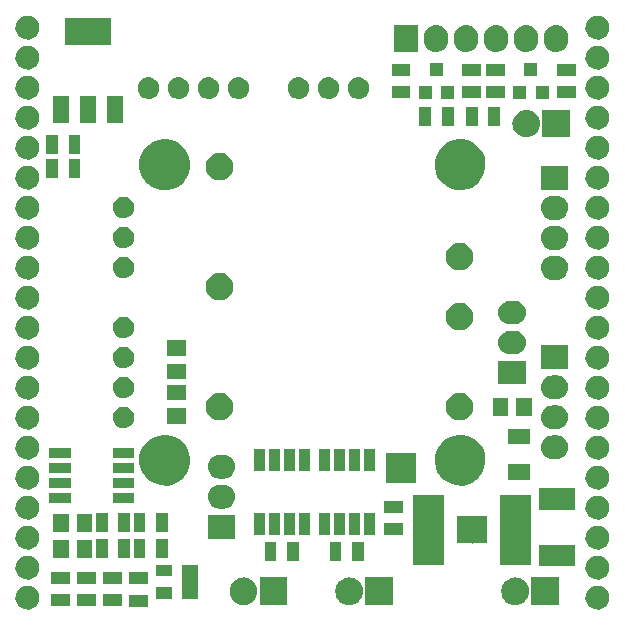
<source format=gts>
G04 #@! TF.FileFunction,Soldermask,Top*
%FSLAX46Y46*%
G04 Gerber Fmt 4.6, Leading zero omitted, Abs format (unit mm)*
G04 Created by KiCad (PCBNEW 4.0.2-stable) date Fri 25 Nov 2016 08:04:00 PM CET*
%MOMM*%
G01*
G04 APERTURE LIST*
%ADD10C,0.100000*%
%ADD11C,0.250000*%
G04 APERTURE END LIST*
D10*
D11*
X162000000Y-124400000D02*
X162000000Y-122400000D01*
D10*
G36*
X124477562Y-128120672D02*
X124672280Y-128160642D01*
X124855525Y-128237670D01*
X125020321Y-128348827D01*
X125160389Y-128489876D01*
X125270388Y-128655439D01*
X125346136Y-128839217D01*
X125384643Y-129033693D01*
X125384643Y-129033705D01*
X125384743Y-129034211D01*
X125381573Y-129261252D01*
X125381459Y-129261753D01*
X125381459Y-129261771D01*
X125337538Y-129455090D01*
X125256688Y-129636682D01*
X125142105Y-129799113D01*
X124998155Y-129936195D01*
X124830319Y-130042706D01*
X124645000Y-130114588D01*
X124449239Y-130149105D01*
X124250500Y-130144942D01*
X124056365Y-130102258D01*
X123874212Y-130022679D01*
X123710985Y-129909233D01*
X123572901Y-129766241D01*
X123465223Y-129599158D01*
X123392049Y-129414341D01*
X123356165Y-129218827D01*
X123358940Y-129020066D01*
X123400268Y-128825635D01*
X123478575Y-128642931D01*
X123590877Y-128478918D01*
X123732904Y-128339836D01*
X123899226Y-128230997D01*
X124083533Y-128156532D01*
X124278794Y-128119284D01*
X124477562Y-128120672D01*
X124477562Y-128120672D01*
G37*
G36*
X172737562Y-128120672D02*
X172932280Y-128160642D01*
X173115525Y-128237670D01*
X173280321Y-128348827D01*
X173420389Y-128489876D01*
X173530388Y-128655439D01*
X173606136Y-128839217D01*
X173644643Y-129033693D01*
X173644643Y-129033705D01*
X173644743Y-129034211D01*
X173641573Y-129261252D01*
X173641459Y-129261753D01*
X173641459Y-129261771D01*
X173597538Y-129455090D01*
X173516688Y-129636682D01*
X173402105Y-129799113D01*
X173258155Y-129936195D01*
X173090319Y-130042706D01*
X172905000Y-130114588D01*
X172709239Y-130149105D01*
X172510500Y-130144942D01*
X172316365Y-130102258D01*
X172134212Y-130022679D01*
X171970985Y-129909233D01*
X171832901Y-129766241D01*
X171725223Y-129599158D01*
X171652049Y-129414341D01*
X171616165Y-129218827D01*
X171618940Y-129020066D01*
X171660268Y-128825635D01*
X171738575Y-128642931D01*
X171850877Y-128478918D01*
X171992904Y-128339836D01*
X172159226Y-128230997D01*
X172343533Y-128156532D01*
X172538794Y-128119284D01*
X172737562Y-128120672D01*
X172737562Y-128120672D01*
G37*
G36*
X134600000Y-129900000D02*
X133000000Y-129900000D01*
X133000000Y-128900000D01*
X134600000Y-128900000D01*
X134600000Y-129900000D01*
X134600000Y-129900000D01*
G37*
G36*
X132400000Y-129850000D02*
X130800000Y-129850000D01*
X130800000Y-128850000D01*
X132400000Y-128850000D01*
X132400000Y-129850000D01*
X132400000Y-129850000D01*
G37*
G36*
X130200000Y-129850000D02*
X128600000Y-129850000D01*
X128600000Y-128850000D01*
X130200000Y-128850000D01*
X130200000Y-129850000D01*
X130200000Y-129850000D01*
G37*
G36*
X128000000Y-129850000D02*
X126400000Y-129850000D01*
X126400000Y-128850000D01*
X128000000Y-128850000D01*
X128000000Y-129850000D01*
X128000000Y-129850000D01*
G37*
G36*
X142894384Y-127452162D02*
X142894400Y-127452167D01*
X142894457Y-127452173D01*
X143111843Y-127519466D01*
X143312019Y-127627700D01*
X143487359Y-127772755D01*
X143631186Y-127949103D01*
X143738021Y-128150030D01*
X143803794Y-128367881D01*
X143826000Y-128594358D01*
X143826000Y-128605767D01*
X143825908Y-128618873D01*
X143825907Y-128618879D01*
X143825886Y-128621922D01*
X143800520Y-128848067D01*
X143731712Y-129064978D01*
X143622082Y-129264394D01*
X143475807Y-129438717D01*
X143298459Y-129581309D01*
X143096791Y-129686738D01*
X142878487Y-129750989D01*
X142878433Y-129750994D01*
X142878416Y-129750999D01*
X142651863Y-129771617D01*
X142425616Y-129747838D01*
X142425600Y-129747833D01*
X142425543Y-129747827D01*
X142208157Y-129680534D01*
X142007981Y-129572300D01*
X141832641Y-129427245D01*
X141688814Y-129250897D01*
X141581979Y-129049970D01*
X141516206Y-128832119D01*
X141494000Y-128605642D01*
X141494000Y-128594233D01*
X141494092Y-128581127D01*
X141494093Y-128581121D01*
X141494114Y-128578078D01*
X141519480Y-128351933D01*
X141588288Y-128135022D01*
X141697918Y-127935606D01*
X141844193Y-127761283D01*
X142021541Y-127618691D01*
X142223209Y-127513262D01*
X142441513Y-127449011D01*
X142441567Y-127449006D01*
X142441584Y-127449001D01*
X142668137Y-127428383D01*
X142894384Y-127452162D01*
X142894384Y-127452162D01*
G37*
G36*
X151834384Y-127452162D02*
X151834400Y-127452167D01*
X151834457Y-127452173D01*
X152051843Y-127519466D01*
X152252019Y-127627700D01*
X152427359Y-127772755D01*
X152571186Y-127949103D01*
X152678021Y-128150030D01*
X152743794Y-128367881D01*
X152766000Y-128594358D01*
X152766000Y-128605767D01*
X152765908Y-128618873D01*
X152765907Y-128618879D01*
X152765886Y-128621922D01*
X152740520Y-128848067D01*
X152671712Y-129064978D01*
X152562082Y-129264394D01*
X152415807Y-129438717D01*
X152238459Y-129581309D01*
X152036791Y-129686738D01*
X151818487Y-129750989D01*
X151818433Y-129750994D01*
X151818416Y-129750999D01*
X151591863Y-129771617D01*
X151365616Y-129747838D01*
X151365600Y-129747833D01*
X151365543Y-129747827D01*
X151148157Y-129680534D01*
X150947981Y-129572300D01*
X150772641Y-129427245D01*
X150628814Y-129250897D01*
X150521979Y-129049970D01*
X150456206Y-128832119D01*
X150434000Y-128605642D01*
X150434000Y-128594233D01*
X150434092Y-128581127D01*
X150434093Y-128581121D01*
X150434114Y-128578078D01*
X150459480Y-128351933D01*
X150528288Y-128135022D01*
X150637918Y-127935606D01*
X150784193Y-127761283D01*
X150961541Y-127618691D01*
X151163209Y-127513262D01*
X151381513Y-127449011D01*
X151381567Y-127449006D01*
X151381584Y-127449001D01*
X151608137Y-127428383D01*
X151834384Y-127452162D01*
X151834384Y-127452162D01*
G37*
G36*
X165894384Y-127452162D02*
X165894400Y-127452167D01*
X165894457Y-127452173D01*
X166111843Y-127519466D01*
X166312019Y-127627700D01*
X166487359Y-127772755D01*
X166631186Y-127949103D01*
X166738021Y-128150030D01*
X166803794Y-128367881D01*
X166826000Y-128594358D01*
X166826000Y-128605767D01*
X166825908Y-128618873D01*
X166825907Y-128618879D01*
X166825886Y-128621922D01*
X166800520Y-128848067D01*
X166731712Y-129064978D01*
X166622082Y-129264394D01*
X166475807Y-129438717D01*
X166298459Y-129581309D01*
X166096791Y-129686738D01*
X165878487Y-129750989D01*
X165878433Y-129750994D01*
X165878416Y-129750999D01*
X165651863Y-129771617D01*
X165425616Y-129747838D01*
X165425600Y-129747833D01*
X165425543Y-129747827D01*
X165208157Y-129680534D01*
X165007981Y-129572300D01*
X164832641Y-129427245D01*
X164688814Y-129250897D01*
X164581979Y-129049970D01*
X164516206Y-128832119D01*
X164494000Y-128605642D01*
X164494000Y-128594233D01*
X164494092Y-128581127D01*
X164494093Y-128581121D01*
X164494114Y-128578078D01*
X164519480Y-128351933D01*
X164588288Y-128135022D01*
X164697918Y-127935606D01*
X164844193Y-127761283D01*
X165021541Y-127618691D01*
X165223209Y-127513262D01*
X165441513Y-127449011D01*
X165441567Y-127449006D01*
X165441584Y-127449001D01*
X165668137Y-127428383D01*
X165894384Y-127452162D01*
X165894384Y-127452162D01*
G37*
G36*
X146366000Y-129766000D02*
X144034000Y-129766000D01*
X144034000Y-127434000D01*
X146366000Y-127434000D01*
X146366000Y-129766000D01*
X146366000Y-129766000D01*
G37*
G36*
X155306000Y-129766000D02*
X152974000Y-129766000D01*
X152974000Y-127434000D01*
X155306000Y-127434000D01*
X155306000Y-129766000D01*
X155306000Y-129766000D01*
G37*
G36*
X169366000Y-129766000D02*
X167034000Y-129766000D01*
X167034000Y-127434000D01*
X169366000Y-127434000D01*
X169366000Y-129766000D01*
X169366000Y-129766000D01*
G37*
G36*
X136580000Y-129225000D02*
X135220000Y-129225000D01*
X135220000Y-128275000D01*
X136580000Y-128275000D01*
X136580000Y-129225000D01*
X136580000Y-129225000D01*
G37*
G36*
X138780000Y-129225000D02*
X137420000Y-129225000D01*
X137420000Y-126375000D01*
X138780000Y-126375000D01*
X138780000Y-129225000D01*
X138780000Y-129225000D01*
G37*
G36*
X134600000Y-128000000D02*
X133000000Y-128000000D01*
X133000000Y-127000000D01*
X134600000Y-127000000D01*
X134600000Y-128000000D01*
X134600000Y-128000000D01*
G37*
G36*
X132400000Y-127950000D02*
X130800000Y-127950000D01*
X130800000Y-126950000D01*
X132400000Y-126950000D01*
X132400000Y-127950000D01*
X132400000Y-127950000D01*
G37*
G36*
X130200000Y-127950000D02*
X128600000Y-127950000D01*
X128600000Y-126950000D01*
X130200000Y-126950000D01*
X130200000Y-127950000D01*
X130200000Y-127950000D01*
G37*
G36*
X128000000Y-127950000D02*
X126400000Y-127950000D01*
X126400000Y-126950000D01*
X128000000Y-126950000D01*
X128000000Y-127950000D01*
X128000000Y-127950000D01*
G37*
G36*
X172737562Y-125580672D02*
X172932280Y-125620642D01*
X173115525Y-125697670D01*
X173280321Y-125808827D01*
X173420389Y-125949876D01*
X173530388Y-126115439D01*
X173606136Y-126299217D01*
X173644643Y-126493693D01*
X173644643Y-126493705D01*
X173644743Y-126494211D01*
X173641573Y-126721252D01*
X173641459Y-126721753D01*
X173641459Y-126721771D01*
X173597538Y-126915090D01*
X173516688Y-127096682D01*
X173402105Y-127259113D01*
X173258155Y-127396195D01*
X173090319Y-127502706D01*
X172905000Y-127574588D01*
X172709239Y-127609105D01*
X172510500Y-127604942D01*
X172316365Y-127562258D01*
X172134212Y-127482679D01*
X171970985Y-127369233D01*
X171832901Y-127226241D01*
X171725223Y-127059158D01*
X171652049Y-126874341D01*
X171616165Y-126678827D01*
X171618940Y-126480066D01*
X171660268Y-126285635D01*
X171738575Y-126102931D01*
X171850877Y-125938918D01*
X171992904Y-125799836D01*
X172159226Y-125690997D01*
X172343533Y-125616532D01*
X172538794Y-125579284D01*
X172737562Y-125580672D01*
X172737562Y-125580672D01*
G37*
G36*
X124477562Y-125580672D02*
X124672280Y-125620642D01*
X124855525Y-125697670D01*
X125020321Y-125808827D01*
X125160389Y-125949876D01*
X125270388Y-126115439D01*
X125346136Y-126299217D01*
X125384643Y-126493693D01*
X125384643Y-126493705D01*
X125384743Y-126494211D01*
X125381573Y-126721252D01*
X125381459Y-126721753D01*
X125381459Y-126721771D01*
X125337538Y-126915090D01*
X125256688Y-127096682D01*
X125142105Y-127259113D01*
X124998155Y-127396195D01*
X124830319Y-127502706D01*
X124645000Y-127574588D01*
X124449239Y-127609105D01*
X124250500Y-127604942D01*
X124056365Y-127562258D01*
X123874212Y-127482679D01*
X123710985Y-127369233D01*
X123572901Y-127226241D01*
X123465223Y-127059158D01*
X123392049Y-126874341D01*
X123356165Y-126678827D01*
X123358940Y-126480066D01*
X123400268Y-126285635D01*
X123478575Y-126102931D01*
X123590877Y-125938918D01*
X123732904Y-125799836D01*
X123899226Y-125690997D01*
X124083533Y-125616532D01*
X124278794Y-125579284D01*
X124477562Y-125580672D01*
X124477562Y-125580672D01*
G37*
G36*
X136580000Y-127325000D02*
X135220000Y-127325000D01*
X135220000Y-126375000D01*
X136580000Y-126375000D01*
X136580000Y-127325000D01*
X136580000Y-127325000D01*
G37*
G36*
X170700010Y-126500870D02*
X167699990Y-126500870D01*
X167699990Y-124699730D01*
X170700010Y-124699730D01*
X170700010Y-126500870D01*
X170700010Y-126500870D01*
G37*
G36*
X159600000Y-126350000D02*
X157000000Y-126350000D01*
X157000000Y-120450000D01*
X159600000Y-120450000D01*
X159600000Y-126350000D01*
X159600000Y-126350000D01*
G37*
G36*
X167000000Y-126350000D02*
X164400000Y-126350000D01*
X164400000Y-120450000D01*
X167000000Y-120450000D01*
X167000000Y-126350000D01*
X167000000Y-126350000D01*
G37*
G36*
X152850000Y-126000000D02*
X151850000Y-126000000D01*
X151850000Y-124400000D01*
X152850000Y-124400000D01*
X152850000Y-126000000D01*
X152850000Y-126000000D01*
G37*
G36*
X145450000Y-126000000D02*
X144450000Y-126000000D01*
X144450000Y-124400000D01*
X145450000Y-124400000D01*
X145450000Y-126000000D01*
X145450000Y-126000000D01*
G37*
G36*
X147350000Y-126000000D02*
X146350000Y-126000000D01*
X146350000Y-124400000D01*
X147350000Y-124400000D01*
X147350000Y-126000000D01*
X147350000Y-126000000D01*
G37*
G36*
X150950000Y-126000000D02*
X149950000Y-126000000D01*
X149950000Y-124400000D01*
X150950000Y-124400000D01*
X150950000Y-126000000D01*
X150950000Y-126000000D01*
G37*
G36*
X134350000Y-125800000D02*
X133350000Y-125800000D01*
X133350000Y-124200000D01*
X134350000Y-124200000D01*
X134350000Y-125800000D01*
X134350000Y-125800000D01*
G37*
G36*
X133050000Y-125800000D02*
X132050000Y-125800000D01*
X132050000Y-124200000D01*
X133050000Y-124200000D01*
X133050000Y-125800000D01*
X133050000Y-125800000D01*
G37*
G36*
X131150000Y-125800000D02*
X130150000Y-125800000D01*
X130150000Y-124200000D01*
X131150000Y-124200000D01*
X131150000Y-125800000D01*
X131150000Y-125800000D01*
G37*
G36*
X136250000Y-125800000D02*
X135250000Y-125800000D01*
X135250000Y-124200000D01*
X136250000Y-124200000D01*
X136250000Y-125800000D01*
X136250000Y-125800000D01*
G37*
G36*
X129850000Y-125775000D02*
X128550000Y-125775000D01*
X128550000Y-124225000D01*
X129850000Y-124225000D01*
X129850000Y-125775000D01*
X129850000Y-125775000D01*
G37*
G36*
X127850000Y-125775000D02*
X126550000Y-125775000D01*
X126550000Y-124225000D01*
X127850000Y-124225000D01*
X127850000Y-125775000D01*
X127850000Y-125775000D01*
G37*
G36*
X124477562Y-123040672D02*
X124672280Y-123080642D01*
X124855525Y-123157670D01*
X125020321Y-123268827D01*
X125160389Y-123409876D01*
X125270388Y-123575439D01*
X125346136Y-123759217D01*
X125384643Y-123953693D01*
X125384643Y-123953705D01*
X125384743Y-123954211D01*
X125381573Y-124181252D01*
X125381459Y-124181753D01*
X125381459Y-124181771D01*
X125337538Y-124375090D01*
X125256688Y-124556682D01*
X125142105Y-124719113D01*
X124998155Y-124856195D01*
X124830319Y-124962706D01*
X124645000Y-125034588D01*
X124449239Y-125069105D01*
X124250500Y-125064942D01*
X124056365Y-125022258D01*
X123874212Y-124942679D01*
X123710985Y-124829233D01*
X123572901Y-124686241D01*
X123465223Y-124519158D01*
X123392049Y-124334341D01*
X123356165Y-124138827D01*
X123358940Y-123940066D01*
X123400268Y-123745635D01*
X123478575Y-123562931D01*
X123590877Y-123398918D01*
X123732904Y-123259836D01*
X123899226Y-123150997D01*
X124083533Y-123076532D01*
X124278794Y-123039284D01*
X124477562Y-123040672D01*
X124477562Y-123040672D01*
G37*
G36*
X172737562Y-123040672D02*
X172932280Y-123080642D01*
X173115525Y-123157670D01*
X173280321Y-123268827D01*
X173420389Y-123409876D01*
X173530388Y-123575439D01*
X173606136Y-123759217D01*
X173644643Y-123953693D01*
X173644643Y-123953705D01*
X173644743Y-123954211D01*
X173641573Y-124181252D01*
X173641459Y-124181753D01*
X173641459Y-124181771D01*
X173597538Y-124375090D01*
X173516688Y-124556682D01*
X173402105Y-124719113D01*
X173258155Y-124856195D01*
X173090319Y-124962706D01*
X172905000Y-125034588D01*
X172709239Y-125069105D01*
X172510500Y-125064942D01*
X172316365Y-125022258D01*
X172134212Y-124942679D01*
X171970985Y-124829233D01*
X171832901Y-124686241D01*
X171725223Y-124519158D01*
X171652049Y-124334341D01*
X171616165Y-124138827D01*
X171618940Y-123940066D01*
X171660268Y-123745635D01*
X171738575Y-123562931D01*
X171850877Y-123398918D01*
X171992904Y-123259836D01*
X172159226Y-123150997D01*
X172343533Y-123076532D01*
X172538794Y-123039284D01*
X172737562Y-123040672D01*
X172737562Y-123040672D01*
G37*
G36*
X163250000Y-124550000D02*
X160750000Y-124550000D01*
X160750000Y-122250000D01*
X163250000Y-122250000D01*
X163250000Y-124550000D01*
X163250000Y-124550000D01*
G37*
G36*
X141966000Y-124153600D02*
X139634000Y-124153600D01*
X139634000Y-122126400D01*
X141966000Y-122126400D01*
X141966000Y-124153600D01*
X141966000Y-124153600D01*
G37*
G36*
X156200000Y-123850000D02*
X154600000Y-123850000D01*
X154600000Y-122850000D01*
X156200000Y-122850000D01*
X156200000Y-123850000D01*
X156200000Y-123850000D01*
G37*
G36*
X148255000Y-123825000D02*
X147355000Y-123825000D01*
X147355000Y-121975000D01*
X148255000Y-121975000D01*
X148255000Y-123825000D01*
X148255000Y-123825000D01*
G37*
G36*
X146985000Y-123825000D02*
X146085000Y-123825000D01*
X146085000Y-121975000D01*
X146985000Y-121975000D01*
X146985000Y-123825000D01*
X146985000Y-123825000D01*
G37*
G36*
X145715000Y-123825000D02*
X144815000Y-123825000D01*
X144815000Y-121975000D01*
X145715000Y-121975000D01*
X145715000Y-123825000D01*
X145715000Y-123825000D01*
G37*
G36*
X144445000Y-123825000D02*
X143545000Y-123825000D01*
X143545000Y-121975000D01*
X144445000Y-121975000D01*
X144445000Y-123825000D01*
X144445000Y-123825000D01*
G37*
G36*
X149945000Y-123825000D02*
X149045000Y-123825000D01*
X149045000Y-121975000D01*
X149945000Y-121975000D01*
X149945000Y-123825000D01*
X149945000Y-123825000D01*
G37*
G36*
X151215000Y-123825000D02*
X150315000Y-123825000D01*
X150315000Y-121975000D01*
X151215000Y-121975000D01*
X151215000Y-123825000D01*
X151215000Y-123825000D01*
G37*
G36*
X152485000Y-123825000D02*
X151585000Y-123825000D01*
X151585000Y-121975000D01*
X152485000Y-121975000D01*
X152485000Y-123825000D01*
X152485000Y-123825000D01*
G37*
G36*
X153755000Y-123825000D02*
X152855000Y-123825000D01*
X152855000Y-121975000D01*
X153755000Y-121975000D01*
X153755000Y-123825000D01*
X153755000Y-123825000D01*
G37*
G36*
X134350000Y-123600000D02*
X133350000Y-123600000D01*
X133350000Y-122000000D01*
X134350000Y-122000000D01*
X134350000Y-123600000D01*
X134350000Y-123600000D01*
G37*
G36*
X133050000Y-123600000D02*
X132050000Y-123600000D01*
X132050000Y-122000000D01*
X133050000Y-122000000D01*
X133050000Y-123600000D01*
X133050000Y-123600000D01*
G37*
G36*
X131150000Y-123600000D02*
X130150000Y-123600000D01*
X130150000Y-122000000D01*
X131150000Y-122000000D01*
X131150000Y-123600000D01*
X131150000Y-123600000D01*
G37*
G36*
X136250000Y-123600000D02*
X135250000Y-123600000D01*
X135250000Y-122000000D01*
X136250000Y-122000000D01*
X136250000Y-123600000D01*
X136250000Y-123600000D01*
G37*
G36*
X129850000Y-123575000D02*
X128550000Y-123575000D01*
X128550000Y-122025000D01*
X129850000Y-122025000D01*
X129850000Y-123575000D01*
X129850000Y-123575000D01*
G37*
G36*
X127850000Y-123575000D02*
X126550000Y-123575000D01*
X126550000Y-122025000D01*
X127850000Y-122025000D01*
X127850000Y-123575000D01*
X127850000Y-123575000D01*
G37*
G36*
X124477562Y-120500672D02*
X124672280Y-120540642D01*
X124855525Y-120617670D01*
X125020321Y-120728827D01*
X125160389Y-120869876D01*
X125270388Y-121035439D01*
X125346136Y-121219217D01*
X125384643Y-121413693D01*
X125384643Y-121413705D01*
X125384743Y-121414211D01*
X125381573Y-121641252D01*
X125381459Y-121641753D01*
X125381459Y-121641771D01*
X125337538Y-121835090D01*
X125256688Y-122016682D01*
X125142105Y-122179113D01*
X124998155Y-122316195D01*
X124830319Y-122422706D01*
X124645000Y-122494588D01*
X124449239Y-122529105D01*
X124250500Y-122524942D01*
X124056365Y-122482258D01*
X123874212Y-122402679D01*
X123710985Y-122289233D01*
X123572901Y-122146241D01*
X123465223Y-121979158D01*
X123392049Y-121794341D01*
X123356165Y-121598827D01*
X123358940Y-121400066D01*
X123400268Y-121205635D01*
X123478575Y-121022931D01*
X123590877Y-120858918D01*
X123732904Y-120719836D01*
X123899226Y-120610997D01*
X124083533Y-120536532D01*
X124278794Y-120499284D01*
X124477562Y-120500672D01*
X124477562Y-120500672D01*
G37*
G36*
X172737562Y-120500672D02*
X172932280Y-120540642D01*
X173115525Y-120617670D01*
X173280321Y-120728827D01*
X173420389Y-120869876D01*
X173530388Y-121035439D01*
X173606136Y-121219217D01*
X173644643Y-121413693D01*
X173644643Y-121413705D01*
X173644743Y-121414211D01*
X173641573Y-121641252D01*
X173641459Y-121641753D01*
X173641459Y-121641771D01*
X173597538Y-121835090D01*
X173516688Y-122016682D01*
X173402105Y-122179113D01*
X173258155Y-122316195D01*
X173090319Y-122422706D01*
X172905000Y-122494588D01*
X172709239Y-122529105D01*
X172510500Y-122524942D01*
X172316365Y-122482258D01*
X172134212Y-122402679D01*
X171970985Y-122289233D01*
X171832901Y-122146241D01*
X171725223Y-121979158D01*
X171652049Y-121794341D01*
X171616165Y-121598827D01*
X171618940Y-121400066D01*
X171660268Y-121205635D01*
X171738575Y-121022931D01*
X171850877Y-120858918D01*
X171992904Y-120719836D01*
X172159226Y-120610997D01*
X172343533Y-120536532D01*
X172538794Y-120499284D01*
X172737562Y-120500672D01*
X172737562Y-120500672D01*
G37*
G36*
X156200000Y-121950000D02*
X154600000Y-121950000D01*
X154600000Y-120950000D01*
X156200000Y-120950000D01*
X156200000Y-121950000D01*
X156200000Y-121950000D01*
G37*
G36*
X170700010Y-121700270D02*
X167699990Y-121700270D01*
X167699990Y-119899130D01*
X170700010Y-119899130D01*
X170700010Y-121700270D01*
X170700010Y-121700270D01*
G37*
G36*
X140969145Y-119586477D02*
X140969151Y-119586478D01*
X140972194Y-119586499D01*
X141168781Y-119608550D01*
X141357342Y-119668364D01*
X141530693Y-119763665D01*
X141682232Y-119890821D01*
X141806186Y-120044990D01*
X141897836Y-120220299D01*
X141953688Y-120410070D01*
X141953693Y-120410122D01*
X141953699Y-120410143D01*
X141971620Y-120607073D01*
X141950951Y-120803738D01*
X141950945Y-120803758D01*
X141950939Y-120803813D01*
X141892442Y-120992786D01*
X141798354Y-121166798D01*
X141672259Y-121319221D01*
X141518960Y-121444249D01*
X141344295Y-121537120D01*
X141154918Y-121594296D01*
X140958042Y-121613600D01*
X140641831Y-121613600D01*
X140630855Y-121613523D01*
X140630849Y-121613522D01*
X140627806Y-121613501D01*
X140431219Y-121591450D01*
X140242658Y-121531636D01*
X140069307Y-121436335D01*
X139917768Y-121309179D01*
X139793814Y-121155010D01*
X139702164Y-120979701D01*
X139646312Y-120789930D01*
X139646307Y-120789878D01*
X139646301Y-120789857D01*
X139628380Y-120592927D01*
X139649049Y-120396262D01*
X139649055Y-120396242D01*
X139649061Y-120396187D01*
X139707558Y-120207214D01*
X139801646Y-120033202D01*
X139927741Y-119880779D01*
X140081040Y-119755751D01*
X140255705Y-119662880D01*
X140445082Y-119605704D01*
X140641958Y-119586400D01*
X140958169Y-119586400D01*
X140969145Y-119586477D01*
X140969145Y-119586477D01*
G37*
G36*
X133425000Y-121155000D02*
X131575000Y-121155000D01*
X131575000Y-120255000D01*
X133425000Y-120255000D01*
X133425000Y-121155000D01*
X133425000Y-121155000D01*
G37*
G36*
X128025000Y-121155000D02*
X126175000Y-121155000D01*
X126175000Y-120255000D01*
X128025000Y-120255000D01*
X128025000Y-121155000D01*
X128025000Y-121155000D01*
G37*
G36*
X172737562Y-117960672D02*
X172932280Y-118000642D01*
X173115525Y-118077670D01*
X173280321Y-118188827D01*
X173420389Y-118329876D01*
X173530388Y-118495439D01*
X173606136Y-118679217D01*
X173644643Y-118873693D01*
X173644643Y-118873705D01*
X173644743Y-118874211D01*
X173641573Y-119101252D01*
X173641459Y-119101753D01*
X173641459Y-119101771D01*
X173597538Y-119295090D01*
X173516688Y-119476682D01*
X173402105Y-119639113D01*
X173258155Y-119776195D01*
X173090319Y-119882706D01*
X172905000Y-119954588D01*
X172709239Y-119989105D01*
X172510500Y-119984942D01*
X172316365Y-119942258D01*
X172134212Y-119862679D01*
X171970985Y-119749233D01*
X171832901Y-119606241D01*
X171725223Y-119439158D01*
X171652049Y-119254341D01*
X171616165Y-119058827D01*
X171618940Y-118860066D01*
X171660268Y-118665635D01*
X171738575Y-118482931D01*
X171850877Y-118318918D01*
X171992904Y-118179836D01*
X172159226Y-118070997D01*
X172343533Y-117996532D01*
X172538794Y-117959284D01*
X172737562Y-117960672D01*
X172737562Y-117960672D01*
G37*
G36*
X124477562Y-117960672D02*
X124672280Y-118000642D01*
X124855525Y-118077670D01*
X125020321Y-118188827D01*
X125160389Y-118329876D01*
X125270388Y-118495439D01*
X125346136Y-118679217D01*
X125384643Y-118873693D01*
X125384643Y-118873705D01*
X125384743Y-118874211D01*
X125381573Y-119101252D01*
X125381459Y-119101753D01*
X125381459Y-119101771D01*
X125337538Y-119295090D01*
X125256688Y-119476682D01*
X125142105Y-119639113D01*
X124998155Y-119776195D01*
X124830319Y-119882706D01*
X124645000Y-119954588D01*
X124449239Y-119989105D01*
X124250500Y-119984942D01*
X124056365Y-119942258D01*
X123874212Y-119862679D01*
X123710985Y-119749233D01*
X123572901Y-119606241D01*
X123465223Y-119439158D01*
X123392049Y-119254341D01*
X123356165Y-119058827D01*
X123358940Y-118860066D01*
X123400268Y-118665635D01*
X123478575Y-118482931D01*
X123590877Y-118318918D01*
X123732904Y-118179836D01*
X123899226Y-118070997D01*
X124083533Y-117996532D01*
X124278794Y-117959284D01*
X124477562Y-117960672D01*
X124477562Y-117960672D01*
G37*
G36*
X133425000Y-119885000D02*
X131575000Y-119885000D01*
X131575000Y-118985000D01*
X133425000Y-118985000D01*
X133425000Y-119885000D01*
X133425000Y-119885000D01*
G37*
G36*
X128025000Y-119885000D02*
X126175000Y-119885000D01*
X126175000Y-118985000D01*
X128025000Y-118985000D01*
X128025000Y-119885000D01*
X128025000Y-119885000D01*
G37*
G36*
X136225824Y-115351429D02*
X136638847Y-115436210D01*
X137027543Y-115599603D01*
X137377093Y-115835377D01*
X137674198Y-116134562D01*
X137907525Y-116485749D01*
X138068198Y-116875572D01*
X138149993Y-117288663D01*
X138149993Y-117288681D01*
X138150092Y-117289182D01*
X138143368Y-117770770D01*
X138143253Y-117771275D01*
X138143253Y-117771289D01*
X138049958Y-118181929D01*
X137878462Y-118567115D01*
X137635417Y-118911655D01*
X137330081Y-119202422D01*
X136974077Y-119428349D01*
X136580980Y-119580821D01*
X136165744Y-119654039D01*
X135744194Y-119645209D01*
X135332398Y-119554669D01*
X134946027Y-119385868D01*
X134599795Y-119145230D01*
X134306904Y-118841932D01*
X134078499Y-118487518D01*
X133923285Y-118095492D01*
X133847171Y-117680779D01*
X133853057Y-117259180D01*
X133940721Y-116846759D01*
X134106820Y-116459220D01*
X134345034Y-116111317D01*
X134646286Y-115816311D01*
X134999090Y-115585441D01*
X135390027Y-115427492D01*
X135804200Y-115348485D01*
X136225824Y-115351429D01*
X136225824Y-115351429D01*
G37*
G36*
X161225824Y-115351429D02*
X161638847Y-115436210D01*
X162027543Y-115599603D01*
X162377093Y-115835377D01*
X162674198Y-116134562D01*
X162907525Y-116485749D01*
X163068198Y-116875572D01*
X163149993Y-117288663D01*
X163149993Y-117288681D01*
X163150092Y-117289182D01*
X163143368Y-117770770D01*
X163143253Y-117771275D01*
X163143253Y-117771289D01*
X163049958Y-118181929D01*
X162878462Y-118567115D01*
X162635417Y-118911655D01*
X162330081Y-119202422D01*
X161974077Y-119428349D01*
X161580980Y-119580821D01*
X161165744Y-119654039D01*
X160744194Y-119645209D01*
X160332398Y-119554669D01*
X159946027Y-119385868D01*
X159599795Y-119145230D01*
X159306904Y-118841932D01*
X159078499Y-118487518D01*
X158923285Y-118095492D01*
X158847171Y-117680779D01*
X158853057Y-117259180D01*
X158940721Y-116846759D01*
X159106820Y-116459220D01*
X159345034Y-116111317D01*
X159646286Y-115816311D01*
X159999090Y-115585441D01*
X160390027Y-115427492D01*
X160804200Y-115348485D01*
X161225824Y-115351429D01*
X161225824Y-115351429D01*
G37*
G36*
X157267600Y-119467600D02*
X154732400Y-119467600D01*
X154732400Y-116932400D01*
X157267600Y-116932400D01*
X157267600Y-119467600D01*
X157267600Y-119467600D01*
G37*
G36*
X166950000Y-119150000D02*
X165050000Y-119150000D01*
X165050000Y-117850000D01*
X166950000Y-117850000D01*
X166950000Y-119150000D01*
X166950000Y-119150000D01*
G37*
G36*
X140969145Y-117046477D02*
X140969151Y-117046478D01*
X140972194Y-117046499D01*
X141168781Y-117068550D01*
X141357342Y-117128364D01*
X141530693Y-117223665D01*
X141682232Y-117350821D01*
X141806186Y-117504990D01*
X141897836Y-117680299D01*
X141953688Y-117870070D01*
X141953693Y-117870122D01*
X141953699Y-117870143D01*
X141971620Y-118067073D01*
X141950951Y-118263738D01*
X141950945Y-118263758D01*
X141950939Y-118263813D01*
X141892442Y-118452786D01*
X141798354Y-118626798D01*
X141672259Y-118779221D01*
X141518960Y-118904249D01*
X141344295Y-118997120D01*
X141154918Y-119054296D01*
X140958042Y-119073600D01*
X140641831Y-119073600D01*
X140630855Y-119073523D01*
X140630849Y-119073522D01*
X140627806Y-119073501D01*
X140431219Y-119051450D01*
X140242658Y-118991636D01*
X140069307Y-118896335D01*
X139917768Y-118769179D01*
X139793814Y-118615010D01*
X139702164Y-118439701D01*
X139646312Y-118249930D01*
X139646307Y-118249878D01*
X139646301Y-118249857D01*
X139628380Y-118052927D01*
X139649049Y-117856262D01*
X139649055Y-117856242D01*
X139649061Y-117856187D01*
X139707558Y-117667214D01*
X139801646Y-117493202D01*
X139927741Y-117340779D01*
X140081040Y-117215751D01*
X140255705Y-117122880D01*
X140445082Y-117065704D01*
X140641958Y-117046400D01*
X140958169Y-117046400D01*
X140969145Y-117046477D01*
X140969145Y-117046477D01*
G37*
G36*
X133425000Y-118615000D02*
X131575000Y-118615000D01*
X131575000Y-117715000D01*
X133425000Y-117715000D01*
X133425000Y-118615000D01*
X133425000Y-118615000D01*
G37*
G36*
X128025000Y-118615000D02*
X126175000Y-118615000D01*
X126175000Y-117715000D01*
X128025000Y-117715000D01*
X128025000Y-118615000D01*
X128025000Y-118615000D01*
G37*
G36*
X145715000Y-118425000D02*
X144815000Y-118425000D01*
X144815000Y-116575000D01*
X145715000Y-116575000D01*
X145715000Y-118425000D01*
X145715000Y-118425000D01*
G37*
G36*
X153755000Y-118425000D02*
X152855000Y-118425000D01*
X152855000Y-116575000D01*
X153755000Y-116575000D01*
X153755000Y-118425000D01*
X153755000Y-118425000D01*
G37*
G36*
X152485000Y-118425000D02*
X151585000Y-118425000D01*
X151585000Y-116575000D01*
X152485000Y-116575000D01*
X152485000Y-118425000D01*
X152485000Y-118425000D01*
G37*
G36*
X151215000Y-118425000D02*
X150315000Y-118425000D01*
X150315000Y-116575000D01*
X151215000Y-116575000D01*
X151215000Y-118425000D01*
X151215000Y-118425000D01*
G37*
G36*
X144445000Y-118425000D02*
X143545000Y-118425000D01*
X143545000Y-116575000D01*
X144445000Y-116575000D01*
X144445000Y-118425000D01*
X144445000Y-118425000D01*
G37*
G36*
X148255000Y-118425000D02*
X147355000Y-118425000D01*
X147355000Y-116575000D01*
X148255000Y-116575000D01*
X148255000Y-118425000D01*
X148255000Y-118425000D01*
G37*
G36*
X146985000Y-118425000D02*
X146085000Y-118425000D01*
X146085000Y-116575000D01*
X146985000Y-116575000D01*
X146985000Y-118425000D01*
X146985000Y-118425000D01*
G37*
G36*
X149945000Y-118425000D02*
X149045000Y-118425000D01*
X149045000Y-116575000D01*
X149945000Y-116575000D01*
X149945000Y-118425000D01*
X149945000Y-118425000D01*
G37*
G36*
X124477562Y-115420672D02*
X124672280Y-115460642D01*
X124855525Y-115537670D01*
X125020321Y-115648827D01*
X125160389Y-115789876D01*
X125270388Y-115955439D01*
X125346136Y-116139217D01*
X125384643Y-116333693D01*
X125384643Y-116333705D01*
X125384743Y-116334211D01*
X125381573Y-116561252D01*
X125381459Y-116561753D01*
X125381459Y-116561771D01*
X125337538Y-116755090D01*
X125256688Y-116936682D01*
X125142105Y-117099113D01*
X124998155Y-117236195D01*
X124830319Y-117342706D01*
X124645000Y-117414588D01*
X124449239Y-117449105D01*
X124250500Y-117444942D01*
X124056365Y-117402258D01*
X123874212Y-117322679D01*
X123710985Y-117209233D01*
X123572901Y-117066241D01*
X123465223Y-116899158D01*
X123392049Y-116714341D01*
X123356165Y-116518827D01*
X123358940Y-116320066D01*
X123400268Y-116125635D01*
X123478575Y-115942931D01*
X123590877Y-115778918D01*
X123732904Y-115639836D01*
X123899226Y-115530997D01*
X124083533Y-115456532D01*
X124278794Y-115419284D01*
X124477562Y-115420672D01*
X124477562Y-115420672D01*
G37*
G36*
X172737562Y-115420672D02*
X172932280Y-115460642D01*
X173115525Y-115537670D01*
X173280321Y-115648827D01*
X173420389Y-115789876D01*
X173530388Y-115955439D01*
X173606136Y-116139217D01*
X173644643Y-116333693D01*
X173644643Y-116333705D01*
X173644743Y-116334211D01*
X173641573Y-116561252D01*
X173641459Y-116561753D01*
X173641459Y-116561771D01*
X173597538Y-116755090D01*
X173516688Y-116936682D01*
X173402105Y-117099113D01*
X173258155Y-117236195D01*
X173090319Y-117342706D01*
X172905000Y-117414588D01*
X172709239Y-117449105D01*
X172510500Y-117444942D01*
X172316365Y-117402258D01*
X172134212Y-117322679D01*
X171970985Y-117209233D01*
X171832901Y-117066241D01*
X171725223Y-116899158D01*
X171652049Y-116714341D01*
X171616165Y-116518827D01*
X171618940Y-116320066D01*
X171660268Y-116125635D01*
X171738575Y-115942931D01*
X171850877Y-115778918D01*
X171992904Y-115639836D01*
X172159226Y-115530997D01*
X172343533Y-115456532D01*
X172538794Y-115419284D01*
X172737562Y-115420672D01*
X172737562Y-115420672D01*
G37*
G36*
X169169145Y-115406477D02*
X169169151Y-115406478D01*
X169172194Y-115406499D01*
X169368781Y-115428550D01*
X169557342Y-115488364D01*
X169730693Y-115583665D01*
X169882232Y-115710821D01*
X170006186Y-115864990D01*
X170097836Y-116040299D01*
X170153688Y-116230070D01*
X170153693Y-116230122D01*
X170153699Y-116230143D01*
X170171620Y-116427073D01*
X170150951Y-116623738D01*
X170150945Y-116623758D01*
X170150939Y-116623813D01*
X170092442Y-116812786D01*
X169998354Y-116986798D01*
X169872259Y-117139221D01*
X169718960Y-117264249D01*
X169544295Y-117357120D01*
X169354918Y-117414296D01*
X169158042Y-117433600D01*
X168841831Y-117433600D01*
X168830855Y-117433523D01*
X168830849Y-117433522D01*
X168827806Y-117433501D01*
X168631219Y-117411450D01*
X168442658Y-117351636D01*
X168269307Y-117256335D01*
X168117768Y-117129179D01*
X167993814Y-116975010D01*
X167902164Y-116799701D01*
X167846312Y-116609930D01*
X167846307Y-116609878D01*
X167846301Y-116609857D01*
X167828380Y-116412927D01*
X167849049Y-116216262D01*
X167849055Y-116216242D01*
X167849061Y-116216187D01*
X167907558Y-116027214D01*
X168001646Y-115853202D01*
X168127741Y-115700779D01*
X168281040Y-115575751D01*
X168455705Y-115482880D01*
X168645082Y-115425704D01*
X168841958Y-115406400D01*
X169158169Y-115406400D01*
X169169145Y-115406477D01*
X169169145Y-115406477D01*
G37*
G36*
X128025000Y-117345000D02*
X126175000Y-117345000D01*
X126175000Y-116445000D01*
X128025000Y-116445000D01*
X128025000Y-117345000D01*
X128025000Y-117345000D01*
G37*
G36*
X133425000Y-117345000D02*
X131575000Y-117345000D01*
X131575000Y-116445000D01*
X133425000Y-116445000D01*
X133425000Y-117345000D01*
X133425000Y-117345000D01*
G37*
G36*
X166950000Y-116150000D02*
X165050000Y-116150000D01*
X165050000Y-114850000D01*
X166950000Y-114850000D01*
X166950000Y-116150000D01*
X166950000Y-116150000D01*
G37*
G36*
X124477562Y-112880672D02*
X124672280Y-112920642D01*
X124855525Y-112997670D01*
X125020321Y-113108827D01*
X125160389Y-113249876D01*
X125270388Y-113415439D01*
X125346136Y-113599217D01*
X125384643Y-113793693D01*
X125384643Y-113793705D01*
X125384743Y-113794211D01*
X125381573Y-114021252D01*
X125381459Y-114021753D01*
X125381459Y-114021771D01*
X125337538Y-114215090D01*
X125256688Y-114396682D01*
X125142105Y-114559113D01*
X124998155Y-114696195D01*
X124830319Y-114802706D01*
X124645000Y-114874588D01*
X124449239Y-114909105D01*
X124250500Y-114904942D01*
X124056365Y-114862258D01*
X123874212Y-114782679D01*
X123710985Y-114669233D01*
X123572901Y-114526241D01*
X123465223Y-114359158D01*
X123392049Y-114174341D01*
X123356165Y-113978827D01*
X123358940Y-113780066D01*
X123400268Y-113585635D01*
X123478575Y-113402931D01*
X123590877Y-113238918D01*
X123732904Y-113099836D01*
X123899226Y-112990997D01*
X124083533Y-112916532D01*
X124278794Y-112879284D01*
X124477562Y-112880672D01*
X124477562Y-112880672D01*
G37*
G36*
X172737562Y-112880672D02*
X172932280Y-112920642D01*
X173115525Y-112997670D01*
X173280321Y-113108827D01*
X173420389Y-113249876D01*
X173530388Y-113415439D01*
X173606136Y-113599217D01*
X173644643Y-113793693D01*
X173644643Y-113793705D01*
X173644743Y-113794211D01*
X173641573Y-114021252D01*
X173641459Y-114021753D01*
X173641459Y-114021771D01*
X173597538Y-114215090D01*
X173516688Y-114396682D01*
X173402105Y-114559113D01*
X173258155Y-114696195D01*
X173090319Y-114802706D01*
X172905000Y-114874588D01*
X172709239Y-114909105D01*
X172510500Y-114904942D01*
X172316365Y-114862258D01*
X172134212Y-114782679D01*
X171970985Y-114669233D01*
X171832901Y-114526241D01*
X171725223Y-114359158D01*
X171652049Y-114174341D01*
X171616165Y-113978827D01*
X171618940Y-113780066D01*
X171660268Y-113585635D01*
X171738575Y-113402931D01*
X171850877Y-113238918D01*
X171992904Y-113099836D01*
X172159226Y-112990997D01*
X172343533Y-112916532D01*
X172538794Y-112879284D01*
X172737562Y-112880672D01*
X172737562Y-112880672D01*
G37*
G36*
X169169145Y-112866477D02*
X169169151Y-112866478D01*
X169172194Y-112866499D01*
X169368781Y-112888550D01*
X169557342Y-112948364D01*
X169730693Y-113043665D01*
X169882232Y-113170821D01*
X170006186Y-113324990D01*
X170097836Y-113500299D01*
X170153688Y-113690070D01*
X170153693Y-113690122D01*
X170153699Y-113690143D01*
X170171620Y-113887073D01*
X170150951Y-114083738D01*
X170150945Y-114083758D01*
X170150939Y-114083813D01*
X170092442Y-114272786D01*
X169998354Y-114446798D01*
X169872259Y-114599221D01*
X169718960Y-114724249D01*
X169544295Y-114817120D01*
X169354918Y-114874296D01*
X169158042Y-114893600D01*
X168841831Y-114893600D01*
X168830855Y-114893523D01*
X168830849Y-114893522D01*
X168827806Y-114893501D01*
X168631219Y-114871450D01*
X168442658Y-114811636D01*
X168269307Y-114716335D01*
X168117768Y-114589179D01*
X167993814Y-114435010D01*
X167902164Y-114259701D01*
X167846312Y-114069930D01*
X167846307Y-114069878D01*
X167846301Y-114069857D01*
X167828380Y-113872927D01*
X167849049Y-113676262D01*
X167849055Y-113676242D01*
X167849061Y-113676187D01*
X167907558Y-113487214D01*
X168001646Y-113313202D01*
X168127741Y-113160779D01*
X168281040Y-113035751D01*
X168455705Y-112942880D01*
X168645082Y-112885704D01*
X168841958Y-112866400D01*
X169158169Y-112866400D01*
X169169145Y-112866477D01*
X169169145Y-112866477D01*
G37*
G36*
X132595791Y-112978604D02*
X132770989Y-113014567D01*
X132935872Y-113083877D01*
X133084147Y-113183889D01*
X133210170Y-113310796D01*
X133309148Y-113459770D01*
X133377303Y-113625125D01*
X133411940Y-113800055D01*
X133411940Y-113800073D01*
X133412039Y-113800574D01*
X133409187Y-114004857D01*
X133409073Y-114005358D01*
X133409073Y-114005375D01*
X133369566Y-114179265D01*
X133296819Y-114342657D01*
X133193723Y-114488806D01*
X133064204Y-114612144D01*
X132913189Y-114707981D01*
X132746445Y-114772658D01*
X132570307Y-114803715D01*
X132391488Y-114799969D01*
X132216812Y-114761564D01*
X132052919Y-114689961D01*
X131906052Y-114587886D01*
X131781809Y-114459227D01*
X131684924Y-114308893D01*
X131619085Y-114142601D01*
X131586798Y-113966685D01*
X131589295Y-113787846D01*
X131626480Y-113612904D01*
X131696938Y-113448512D01*
X131797985Y-113300939D01*
X131925771Y-113175801D01*
X132075424Y-113077871D01*
X132241259Y-113010869D01*
X132416946Y-112977355D01*
X132595791Y-112978604D01*
X132595791Y-112978604D01*
G37*
G36*
X137775000Y-114400000D02*
X136225000Y-114400000D01*
X136225000Y-113100000D01*
X137775000Y-113100000D01*
X137775000Y-114400000D01*
X137775000Y-114400000D01*
G37*
G36*
X161082470Y-111794773D02*
X161306462Y-111840752D01*
X161517265Y-111929365D01*
X161706833Y-112057230D01*
X161867963Y-112219488D01*
X161994501Y-112409945D01*
X162081638Y-112621355D01*
X162125951Y-112845150D01*
X162125951Y-112845167D01*
X162126050Y-112845668D01*
X162122403Y-113106846D01*
X162122289Y-113107347D01*
X162122289Y-113107364D01*
X162071746Y-113329828D01*
X161978740Y-113538725D01*
X161846930Y-113725578D01*
X161681339Y-113883267D01*
X161488266Y-114005795D01*
X161275082Y-114088484D01*
X161049887Y-114128192D01*
X160821268Y-114123403D01*
X160597942Y-114074301D01*
X160388401Y-113982755D01*
X160200635Y-113852255D01*
X160041787Y-113687762D01*
X159917919Y-113495557D01*
X159833743Y-113282951D01*
X159792464Y-113058042D01*
X159795656Y-112829396D01*
X159843198Y-112605730D01*
X159933279Y-112395555D01*
X160062468Y-112206881D01*
X160225843Y-112046892D01*
X160417178Y-111921686D01*
X160629196Y-111836025D01*
X160853815Y-111793176D01*
X161082470Y-111794773D01*
X161082470Y-111794773D01*
G37*
G36*
X140762470Y-111794773D02*
X140986462Y-111840752D01*
X141197265Y-111929365D01*
X141386833Y-112057230D01*
X141547963Y-112219488D01*
X141674501Y-112409945D01*
X141761638Y-112621355D01*
X141805951Y-112845150D01*
X141805951Y-112845167D01*
X141806050Y-112845668D01*
X141802403Y-113106846D01*
X141802289Y-113107347D01*
X141802289Y-113107364D01*
X141751746Y-113329828D01*
X141658740Y-113538725D01*
X141526930Y-113725578D01*
X141361339Y-113883267D01*
X141168266Y-114005795D01*
X140955082Y-114088484D01*
X140729887Y-114128192D01*
X140501268Y-114123403D01*
X140277942Y-114074301D01*
X140068401Y-113982755D01*
X139880635Y-113852255D01*
X139721787Y-113687762D01*
X139597919Y-113495557D01*
X139513743Y-113282951D01*
X139472464Y-113058042D01*
X139475656Y-112829396D01*
X139523198Y-112605730D01*
X139613279Y-112395555D01*
X139742468Y-112206881D01*
X139905843Y-112046892D01*
X140097178Y-111921686D01*
X140309196Y-111836025D01*
X140533815Y-111793176D01*
X140762470Y-111794773D01*
X140762470Y-111794773D01*
G37*
G36*
X165050000Y-113775000D02*
X163750000Y-113775000D01*
X163750000Y-112225000D01*
X165050000Y-112225000D01*
X165050000Y-113775000D01*
X165050000Y-113775000D01*
G37*
G36*
X167050000Y-113775000D02*
X165750000Y-113775000D01*
X165750000Y-112225000D01*
X167050000Y-112225000D01*
X167050000Y-113775000D01*
X167050000Y-113775000D01*
G37*
G36*
X137775000Y-112400000D02*
X136225000Y-112400000D01*
X136225000Y-111100000D01*
X137775000Y-111100000D01*
X137775000Y-112400000D01*
X137775000Y-112400000D01*
G37*
G36*
X124477562Y-110340672D02*
X124672280Y-110380642D01*
X124855525Y-110457670D01*
X125020321Y-110568827D01*
X125160389Y-110709876D01*
X125270388Y-110875439D01*
X125346136Y-111059217D01*
X125384643Y-111253693D01*
X125384643Y-111253705D01*
X125384743Y-111254211D01*
X125381573Y-111481252D01*
X125381459Y-111481753D01*
X125381459Y-111481771D01*
X125337538Y-111675090D01*
X125256688Y-111856682D01*
X125142105Y-112019113D01*
X124998155Y-112156195D01*
X124830319Y-112262706D01*
X124645000Y-112334588D01*
X124449239Y-112369105D01*
X124250500Y-112364942D01*
X124056365Y-112322258D01*
X123874212Y-112242679D01*
X123710985Y-112129233D01*
X123572901Y-111986241D01*
X123465223Y-111819158D01*
X123392049Y-111634341D01*
X123356165Y-111438827D01*
X123358940Y-111240066D01*
X123400268Y-111045635D01*
X123478575Y-110862931D01*
X123590877Y-110698918D01*
X123732904Y-110559836D01*
X123899226Y-110450997D01*
X124083533Y-110376532D01*
X124278794Y-110339284D01*
X124477562Y-110340672D01*
X124477562Y-110340672D01*
G37*
G36*
X172737562Y-110340672D02*
X172932280Y-110380642D01*
X173115525Y-110457670D01*
X173280321Y-110568827D01*
X173420389Y-110709876D01*
X173530388Y-110875439D01*
X173606136Y-111059217D01*
X173644643Y-111253693D01*
X173644643Y-111253705D01*
X173644743Y-111254211D01*
X173641573Y-111481252D01*
X173641459Y-111481753D01*
X173641459Y-111481771D01*
X173597538Y-111675090D01*
X173516688Y-111856682D01*
X173402105Y-112019113D01*
X173258155Y-112156195D01*
X173090319Y-112262706D01*
X172905000Y-112334588D01*
X172709239Y-112369105D01*
X172510500Y-112364942D01*
X172316365Y-112322258D01*
X172134212Y-112242679D01*
X171970985Y-112129233D01*
X171832901Y-111986241D01*
X171725223Y-111819158D01*
X171652049Y-111634341D01*
X171616165Y-111438827D01*
X171618940Y-111240066D01*
X171660268Y-111045635D01*
X171738575Y-110862931D01*
X171850877Y-110698918D01*
X171992904Y-110559836D01*
X172159226Y-110450997D01*
X172343533Y-110376532D01*
X172538794Y-110339284D01*
X172737562Y-110340672D01*
X172737562Y-110340672D01*
G37*
G36*
X169169145Y-110326477D02*
X169169151Y-110326478D01*
X169172194Y-110326499D01*
X169368781Y-110348550D01*
X169557342Y-110408364D01*
X169730693Y-110503665D01*
X169882232Y-110630821D01*
X170006186Y-110784990D01*
X170097836Y-110960299D01*
X170153688Y-111150070D01*
X170153693Y-111150122D01*
X170153699Y-111150143D01*
X170171620Y-111347073D01*
X170150951Y-111543738D01*
X170150945Y-111543758D01*
X170150939Y-111543813D01*
X170092442Y-111732786D01*
X169998354Y-111906798D01*
X169872259Y-112059221D01*
X169718960Y-112184249D01*
X169544295Y-112277120D01*
X169354918Y-112334296D01*
X169158042Y-112353600D01*
X168841831Y-112353600D01*
X168830855Y-112353523D01*
X168830849Y-112353522D01*
X168827806Y-112353501D01*
X168631219Y-112331450D01*
X168442658Y-112271636D01*
X168269307Y-112176335D01*
X168117768Y-112049179D01*
X167993814Y-111895010D01*
X167902164Y-111719701D01*
X167846312Y-111529930D01*
X167846307Y-111529878D01*
X167846301Y-111529857D01*
X167828380Y-111332927D01*
X167849049Y-111136262D01*
X167849055Y-111136242D01*
X167849061Y-111136187D01*
X167907558Y-110947214D01*
X168001646Y-110773202D01*
X168127741Y-110620779D01*
X168281040Y-110495751D01*
X168455705Y-110402880D01*
X168645082Y-110345704D01*
X168841958Y-110326400D01*
X169158169Y-110326400D01*
X169169145Y-110326477D01*
X169169145Y-110326477D01*
G37*
G36*
X132595791Y-110438604D02*
X132770989Y-110474567D01*
X132935872Y-110543877D01*
X133084147Y-110643889D01*
X133210170Y-110770796D01*
X133309148Y-110919770D01*
X133377303Y-111085125D01*
X133411940Y-111260055D01*
X133411940Y-111260073D01*
X133412039Y-111260574D01*
X133409187Y-111464857D01*
X133409073Y-111465358D01*
X133409073Y-111465375D01*
X133369566Y-111639265D01*
X133296819Y-111802657D01*
X133193723Y-111948806D01*
X133064204Y-112072144D01*
X132913189Y-112167981D01*
X132746445Y-112232658D01*
X132570307Y-112263715D01*
X132391488Y-112259969D01*
X132216812Y-112221564D01*
X132052919Y-112149961D01*
X131906052Y-112047886D01*
X131781809Y-111919227D01*
X131684924Y-111768893D01*
X131619085Y-111602601D01*
X131586798Y-111426685D01*
X131589295Y-111247846D01*
X131626480Y-111072904D01*
X131696938Y-110908512D01*
X131797985Y-110760939D01*
X131925771Y-110635801D01*
X132075424Y-110537871D01*
X132241259Y-110470869D01*
X132416946Y-110437355D01*
X132595791Y-110438604D01*
X132595791Y-110438604D01*
G37*
G36*
X166566000Y-111093600D02*
X164234000Y-111093600D01*
X164234000Y-109066400D01*
X166566000Y-109066400D01*
X166566000Y-111093600D01*
X166566000Y-111093600D01*
G37*
G36*
X137775000Y-110650000D02*
X136225000Y-110650000D01*
X136225000Y-109350000D01*
X137775000Y-109350000D01*
X137775000Y-110650000D01*
X137775000Y-110650000D01*
G37*
G36*
X124477562Y-107800672D02*
X124672280Y-107840642D01*
X124855525Y-107917670D01*
X125020321Y-108028827D01*
X125160389Y-108169876D01*
X125270388Y-108335439D01*
X125346136Y-108519217D01*
X125384643Y-108713693D01*
X125384643Y-108713705D01*
X125384743Y-108714211D01*
X125381573Y-108941252D01*
X125381459Y-108941753D01*
X125381459Y-108941771D01*
X125337538Y-109135090D01*
X125256688Y-109316682D01*
X125142105Y-109479113D01*
X124998155Y-109616195D01*
X124830319Y-109722706D01*
X124645000Y-109794588D01*
X124449239Y-109829105D01*
X124250500Y-109824942D01*
X124056365Y-109782258D01*
X123874212Y-109702679D01*
X123710985Y-109589233D01*
X123572901Y-109446241D01*
X123465223Y-109279158D01*
X123392049Y-109094341D01*
X123356165Y-108898827D01*
X123358940Y-108700066D01*
X123400268Y-108505635D01*
X123478575Y-108322931D01*
X123590877Y-108158918D01*
X123732904Y-108019836D01*
X123899226Y-107910997D01*
X124083533Y-107836532D01*
X124278794Y-107799284D01*
X124477562Y-107800672D01*
X124477562Y-107800672D01*
G37*
G36*
X172737562Y-107800672D02*
X172932280Y-107840642D01*
X173115525Y-107917670D01*
X173280321Y-108028827D01*
X173420389Y-108169876D01*
X173530388Y-108335439D01*
X173606136Y-108519217D01*
X173644643Y-108713693D01*
X173644643Y-108713705D01*
X173644743Y-108714211D01*
X173641573Y-108941252D01*
X173641459Y-108941753D01*
X173641459Y-108941771D01*
X173597538Y-109135090D01*
X173516688Y-109316682D01*
X173402105Y-109479113D01*
X173258155Y-109616195D01*
X173090319Y-109722706D01*
X172905000Y-109794588D01*
X172709239Y-109829105D01*
X172510500Y-109824942D01*
X172316365Y-109782258D01*
X172134212Y-109702679D01*
X171970985Y-109589233D01*
X171832901Y-109446241D01*
X171725223Y-109279158D01*
X171652049Y-109094341D01*
X171616165Y-108898827D01*
X171618940Y-108700066D01*
X171660268Y-108505635D01*
X171738575Y-108322931D01*
X171850877Y-108158918D01*
X171992904Y-108019836D01*
X172159226Y-107910997D01*
X172343533Y-107836532D01*
X172538794Y-107799284D01*
X172737562Y-107800672D01*
X172737562Y-107800672D01*
G37*
G36*
X170166000Y-109813600D02*
X167834000Y-109813600D01*
X167834000Y-107786400D01*
X170166000Y-107786400D01*
X170166000Y-109813600D01*
X170166000Y-109813600D01*
G37*
G36*
X132595791Y-107898604D02*
X132770989Y-107934567D01*
X132935872Y-108003877D01*
X133084147Y-108103889D01*
X133210170Y-108230796D01*
X133309148Y-108379770D01*
X133377303Y-108545125D01*
X133411940Y-108720055D01*
X133411940Y-108720073D01*
X133412039Y-108720574D01*
X133409187Y-108924857D01*
X133409073Y-108925358D01*
X133409073Y-108925375D01*
X133369566Y-109099265D01*
X133296819Y-109262657D01*
X133193723Y-109408806D01*
X133064204Y-109532144D01*
X132913189Y-109627981D01*
X132746445Y-109692658D01*
X132570307Y-109723715D01*
X132391488Y-109719969D01*
X132216812Y-109681564D01*
X132052919Y-109609961D01*
X131906052Y-109507886D01*
X131781809Y-109379227D01*
X131684924Y-109228893D01*
X131619085Y-109062601D01*
X131586798Y-108886685D01*
X131589295Y-108707846D01*
X131626480Y-108532904D01*
X131696938Y-108368512D01*
X131797985Y-108220939D01*
X131925771Y-108095801D01*
X132075424Y-107997871D01*
X132241259Y-107930869D01*
X132416946Y-107897355D01*
X132595791Y-107898604D01*
X132595791Y-107898604D01*
G37*
G36*
X137775000Y-108650000D02*
X136225000Y-108650000D01*
X136225000Y-107350000D01*
X137775000Y-107350000D01*
X137775000Y-108650000D01*
X137775000Y-108650000D01*
G37*
G36*
X165569145Y-106526477D02*
X165569151Y-106526478D01*
X165572194Y-106526499D01*
X165768781Y-106548550D01*
X165957342Y-106608364D01*
X166130693Y-106703665D01*
X166282232Y-106830821D01*
X166406186Y-106984990D01*
X166497836Y-107160299D01*
X166553688Y-107350070D01*
X166553693Y-107350122D01*
X166553699Y-107350143D01*
X166571620Y-107547073D01*
X166550951Y-107743738D01*
X166550945Y-107743758D01*
X166550939Y-107743813D01*
X166492442Y-107932786D01*
X166398354Y-108106798D01*
X166272259Y-108259221D01*
X166118960Y-108384249D01*
X165944295Y-108477120D01*
X165754918Y-108534296D01*
X165558042Y-108553600D01*
X165241831Y-108553600D01*
X165230855Y-108553523D01*
X165230849Y-108553522D01*
X165227806Y-108553501D01*
X165031219Y-108531450D01*
X164842658Y-108471636D01*
X164669307Y-108376335D01*
X164517768Y-108249179D01*
X164393814Y-108095010D01*
X164302164Y-107919701D01*
X164246312Y-107729930D01*
X164246307Y-107729878D01*
X164246301Y-107729857D01*
X164228380Y-107532927D01*
X164249049Y-107336262D01*
X164249055Y-107336242D01*
X164249061Y-107336187D01*
X164307558Y-107147214D01*
X164401646Y-106973202D01*
X164527741Y-106820779D01*
X164681040Y-106695751D01*
X164855705Y-106602880D01*
X165045082Y-106545704D01*
X165241958Y-106526400D01*
X165558169Y-106526400D01*
X165569145Y-106526477D01*
X165569145Y-106526477D01*
G37*
G36*
X124477562Y-105260672D02*
X124672280Y-105300642D01*
X124855525Y-105377670D01*
X125020321Y-105488827D01*
X125160389Y-105629876D01*
X125270388Y-105795439D01*
X125346136Y-105979217D01*
X125384643Y-106173693D01*
X125384643Y-106173705D01*
X125384743Y-106174211D01*
X125381573Y-106401252D01*
X125381459Y-106401753D01*
X125381459Y-106401771D01*
X125337538Y-106595090D01*
X125256688Y-106776682D01*
X125142105Y-106939113D01*
X124998155Y-107076195D01*
X124830319Y-107182706D01*
X124645000Y-107254588D01*
X124449239Y-107289105D01*
X124250500Y-107284942D01*
X124056365Y-107242258D01*
X123874212Y-107162679D01*
X123710985Y-107049233D01*
X123572901Y-106906241D01*
X123465223Y-106739158D01*
X123392049Y-106554341D01*
X123356165Y-106358827D01*
X123358940Y-106160066D01*
X123400268Y-105965635D01*
X123478575Y-105782931D01*
X123590877Y-105618918D01*
X123732904Y-105479836D01*
X123899226Y-105370997D01*
X124083533Y-105296532D01*
X124278794Y-105259284D01*
X124477562Y-105260672D01*
X124477562Y-105260672D01*
G37*
G36*
X172737562Y-105260672D02*
X172932280Y-105300642D01*
X173115525Y-105377670D01*
X173280321Y-105488827D01*
X173420389Y-105629876D01*
X173530388Y-105795439D01*
X173606136Y-105979217D01*
X173644643Y-106173693D01*
X173644643Y-106173705D01*
X173644743Y-106174211D01*
X173641573Y-106401252D01*
X173641459Y-106401753D01*
X173641459Y-106401771D01*
X173597538Y-106595090D01*
X173516688Y-106776682D01*
X173402105Y-106939113D01*
X173258155Y-107076195D01*
X173090319Y-107182706D01*
X172905000Y-107254588D01*
X172709239Y-107289105D01*
X172510500Y-107284942D01*
X172316365Y-107242258D01*
X172134212Y-107162679D01*
X171970985Y-107049233D01*
X171832901Y-106906241D01*
X171725223Y-106739158D01*
X171652049Y-106554341D01*
X171616165Y-106358827D01*
X171618940Y-106160066D01*
X171660268Y-105965635D01*
X171738575Y-105782931D01*
X171850877Y-105618918D01*
X171992904Y-105479836D01*
X172159226Y-105370997D01*
X172343533Y-105296532D01*
X172538794Y-105259284D01*
X172737562Y-105260672D01*
X172737562Y-105260672D01*
G37*
G36*
X132595791Y-105358604D02*
X132770989Y-105394567D01*
X132935872Y-105463877D01*
X133084147Y-105563889D01*
X133210170Y-105690796D01*
X133309148Y-105839770D01*
X133377303Y-106005125D01*
X133411940Y-106180055D01*
X133411940Y-106180073D01*
X133412039Y-106180574D01*
X133409187Y-106384857D01*
X133409073Y-106385358D01*
X133409073Y-106385375D01*
X133369566Y-106559265D01*
X133296819Y-106722657D01*
X133193723Y-106868806D01*
X133064204Y-106992144D01*
X132913189Y-107087981D01*
X132746445Y-107152658D01*
X132570307Y-107183715D01*
X132391488Y-107179969D01*
X132216812Y-107141564D01*
X132052919Y-107069961D01*
X131906052Y-106967886D01*
X131781809Y-106839227D01*
X131684924Y-106688893D01*
X131619085Y-106522601D01*
X131586798Y-106346685D01*
X131589295Y-106167846D01*
X131626480Y-105992904D01*
X131696938Y-105828512D01*
X131797985Y-105680939D01*
X131925771Y-105555801D01*
X132075424Y-105457871D01*
X132241259Y-105390869D01*
X132416946Y-105357355D01*
X132595791Y-105358604D01*
X132595791Y-105358604D01*
G37*
G36*
X161082470Y-104174773D02*
X161306462Y-104220752D01*
X161517265Y-104309365D01*
X161706833Y-104437230D01*
X161867963Y-104599488D01*
X161994501Y-104789945D01*
X162081638Y-105001355D01*
X162125951Y-105225150D01*
X162125951Y-105225167D01*
X162126050Y-105225668D01*
X162122403Y-105486846D01*
X162122289Y-105487347D01*
X162122289Y-105487364D01*
X162071746Y-105709828D01*
X161978740Y-105918725D01*
X161846930Y-106105578D01*
X161681339Y-106263267D01*
X161488266Y-106385795D01*
X161275082Y-106468484D01*
X161049887Y-106508192D01*
X160821268Y-106503403D01*
X160597942Y-106454301D01*
X160388401Y-106362755D01*
X160200635Y-106232255D01*
X160041787Y-106067762D01*
X159917919Y-105875557D01*
X159833743Y-105662951D01*
X159792464Y-105438042D01*
X159795656Y-105209396D01*
X159843198Y-104985730D01*
X159933279Y-104775555D01*
X160062468Y-104586881D01*
X160225843Y-104426892D01*
X160417178Y-104301686D01*
X160629196Y-104216025D01*
X160853815Y-104173176D01*
X161082470Y-104174773D01*
X161082470Y-104174773D01*
G37*
G36*
X165569145Y-103986477D02*
X165569151Y-103986478D01*
X165572194Y-103986499D01*
X165768781Y-104008550D01*
X165957342Y-104068364D01*
X166130693Y-104163665D01*
X166282232Y-104290821D01*
X166406186Y-104444990D01*
X166497836Y-104620299D01*
X166553688Y-104810070D01*
X166553693Y-104810122D01*
X166553699Y-104810143D01*
X166571620Y-105007073D01*
X166550951Y-105203738D01*
X166550945Y-105203758D01*
X166550939Y-105203813D01*
X166492442Y-105392786D01*
X166398354Y-105566798D01*
X166272259Y-105719221D01*
X166118960Y-105844249D01*
X165944295Y-105937120D01*
X165754918Y-105994296D01*
X165558042Y-106013600D01*
X165241831Y-106013600D01*
X165230855Y-106013523D01*
X165230849Y-106013522D01*
X165227806Y-106013501D01*
X165031219Y-105991450D01*
X164842658Y-105931636D01*
X164669307Y-105836335D01*
X164517768Y-105709179D01*
X164393814Y-105555010D01*
X164302164Y-105379701D01*
X164246312Y-105189930D01*
X164246307Y-105189878D01*
X164246301Y-105189857D01*
X164228380Y-104992927D01*
X164249049Y-104796262D01*
X164249055Y-104796242D01*
X164249061Y-104796187D01*
X164307558Y-104607214D01*
X164401646Y-104433202D01*
X164527741Y-104280779D01*
X164681040Y-104155751D01*
X164855705Y-104062880D01*
X165045082Y-104005704D01*
X165241958Y-103986400D01*
X165558169Y-103986400D01*
X165569145Y-103986477D01*
X165569145Y-103986477D01*
G37*
G36*
X124477562Y-102720672D02*
X124672280Y-102760642D01*
X124855525Y-102837670D01*
X125020321Y-102948827D01*
X125160389Y-103089876D01*
X125270388Y-103255439D01*
X125346136Y-103439217D01*
X125384643Y-103633693D01*
X125384643Y-103633705D01*
X125384743Y-103634211D01*
X125381573Y-103861252D01*
X125381459Y-103861753D01*
X125381459Y-103861771D01*
X125337538Y-104055090D01*
X125256688Y-104236682D01*
X125142105Y-104399113D01*
X124998155Y-104536195D01*
X124830319Y-104642706D01*
X124645000Y-104714588D01*
X124449239Y-104749105D01*
X124250500Y-104744942D01*
X124056365Y-104702258D01*
X123874212Y-104622679D01*
X123710985Y-104509233D01*
X123572901Y-104366241D01*
X123465223Y-104199158D01*
X123392049Y-104014341D01*
X123356165Y-103818827D01*
X123358940Y-103620066D01*
X123400268Y-103425635D01*
X123478575Y-103242931D01*
X123590877Y-103078918D01*
X123732904Y-102939836D01*
X123899226Y-102830997D01*
X124083533Y-102756532D01*
X124278794Y-102719284D01*
X124477562Y-102720672D01*
X124477562Y-102720672D01*
G37*
G36*
X172737562Y-102720672D02*
X172932280Y-102760642D01*
X173115525Y-102837670D01*
X173280321Y-102948827D01*
X173420389Y-103089876D01*
X173530388Y-103255439D01*
X173606136Y-103439217D01*
X173644643Y-103633693D01*
X173644643Y-103633705D01*
X173644743Y-103634211D01*
X173641573Y-103861252D01*
X173641459Y-103861753D01*
X173641459Y-103861771D01*
X173597538Y-104055090D01*
X173516688Y-104236682D01*
X173402105Y-104399113D01*
X173258155Y-104536195D01*
X173090319Y-104642706D01*
X172905000Y-104714588D01*
X172709239Y-104749105D01*
X172510500Y-104744942D01*
X172316365Y-104702258D01*
X172134212Y-104622679D01*
X171970985Y-104509233D01*
X171832901Y-104366241D01*
X171725223Y-104199158D01*
X171652049Y-104014341D01*
X171616165Y-103818827D01*
X171618940Y-103620066D01*
X171660268Y-103425635D01*
X171738575Y-103242931D01*
X171850877Y-103078918D01*
X171992904Y-102939836D01*
X172159226Y-102830997D01*
X172343533Y-102756532D01*
X172538794Y-102719284D01*
X172737562Y-102720672D01*
X172737562Y-102720672D01*
G37*
G36*
X140762470Y-101634773D02*
X140986462Y-101680752D01*
X141197265Y-101769365D01*
X141386833Y-101897230D01*
X141547963Y-102059488D01*
X141674501Y-102249945D01*
X141761638Y-102461355D01*
X141805951Y-102685150D01*
X141805951Y-102685167D01*
X141806050Y-102685668D01*
X141802403Y-102946846D01*
X141802289Y-102947347D01*
X141802289Y-102947364D01*
X141751746Y-103169828D01*
X141658740Y-103378725D01*
X141526930Y-103565578D01*
X141361339Y-103723267D01*
X141168266Y-103845795D01*
X140955082Y-103928484D01*
X140729887Y-103968192D01*
X140501268Y-103963403D01*
X140277942Y-103914301D01*
X140068401Y-103822755D01*
X139880635Y-103692255D01*
X139721787Y-103527762D01*
X139597919Y-103335557D01*
X139513743Y-103122951D01*
X139472464Y-102898042D01*
X139475656Y-102669396D01*
X139523198Y-102445730D01*
X139613279Y-102235555D01*
X139742468Y-102046881D01*
X139905843Y-101886892D01*
X140097178Y-101761686D01*
X140309196Y-101676025D01*
X140533815Y-101633176D01*
X140762470Y-101634773D01*
X140762470Y-101634773D01*
G37*
G36*
X169169145Y-100206477D02*
X169169151Y-100206478D01*
X169172194Y-100206499D01*
X169368781Y-100228550D01*
X169557342Y-100288364D01*
X169730693Y-100383665D01*
X169882232Y-100510821D01*
X170006186Y-100664990D01*
X170097836Y-100840299D01*
X170153688Y-101030070D01*
X170153693Y-101030122D01*
X170153699Y-101030143D01*
X170171620Y-101227073D01*
X170150951Y-101423738D01*
X170150945Y-101423758D01*
X170150939Y-101423813D01*
X170092442Y-101612786D01*
X169998354Y-101786798D01*
X169872259Y-101939221D01*
X169718960Y-102064249D01*
X169544295Y-102157120D01*
X169354918Y-102214296D01*
X169158042Y-102233600D01*
X168841831Y-102233600D01*
X168830855Y-102233523D01*
X168830849Y-102233522D01*
X168827806Y-102233501D01*
X168631219Y-102211450D01*
X168442658Y-102151636D01*
X168269307Y-102056335D01*
X168117768Y-101929179D01*
X167993814Y-101775010D01*
X167902164Y-101599701D01*
X167846312Y-101409930D01*
X167846307Y-101409878D01*
X167846301Y-101409857D01*
X167828380Y-101212927D01*
X167849049Y-101016262D01*
X167849055Y-101016242D01*
X167849061Y-101016187D01*
X167907558Y-100827214D01*
X168001646Y-100653202D01*
X168127741Y-100500779D01*
X168281040Y-100375751D01*
X168455705Y-100282880D01*
X168645082Y-100225704D01*
X168841958Y-100206400D01*
X169158169Y-100206400D01*
X169169145Y-100206477D01*
X169169145Y-100206477D01*
G37*
G36*
X124477562Y-100180672D02*
X124672280Y-100220642D01*
X124855525Y-100297670D01*
X125020321Y-100408827D01*
X125160389Y-100549876D01*
X125270388Y-100715439D01*
X125346136Y-100899217D01*
X125384643Y-101093693D01*
X125384643Y-101093705D01*
X125384743Y-101094211D01*
X125381573Y-101321252D01*
X125381459Y-101321753D01*
X125381459Y-101321771D01*
X125337538Y-101515090D01*
X125256688Y-101696682D01*
X125142105Y-101859113D01*
X124998155Y-101996195D01*
X124830319Y-102102706D01*
X124645000Y-102174588D01*
X124449239Y-102209105D01*
X124250500Y-102204942D01*
X124056365Y-102162258D01*
X123874212Y-102082679D01*
X123710985Y-101969233D01*
X123572901Y-101826241D01*
X123465223Y-101659158D01*
X123392049Y-101474341D01*
X123356165Y-101278827D01*
X123358940Y-101080066D01*
X123400268Y-100885635D01*
X123478575Y-100702931D01*
X123590877Y-100538918D01*
X123732904Y-100399836D01*
X123899226Y-100290997D01*
X124083533Y-100216532D01*
X124278794Y-100179284D01*
X124477562Y-100180672D01*
X124477562Y-100180672D01*
G37*
G36*
X172737562Y-100180672D02*
X172932280Y-100220642D01*
X173115525Y-100297670D01*
X173280321Y-100408827D01*
X173420389Y-100549876D01*
X173530388Y-100715439D01*
X173606136Y-100899217D01*
X173644643Y-101093693D01*
X173644643Y-101093705D01*
X173644743Y-101094211D01*
X173641573Y-101321252D01*
X173641459Y-101321753D01*
X173641459Y-101321771D01*
X173597538Y-101515090D01*
X173516688Y-101696682D01*
X173402105Y-101859113D01*
X173258155Y-101996195D01*
X173090319Y-102102706D01*
X172905000Y-102174588D01*
X172709239Y-102209105D01*
X172510500Y-102204942D01*
X172316365Y-102162258D01*
X172134212Y-102082679D01*
X171970985Y-101969233D01*
X171832901Y-101826241D01*
X171725223Y-101659158D01*
X171652049Y-101474341D01*
X171616165Y-101278827D01*
X171618940Y-101080066D01*
X171660268Y-100885635D01*
X171738575Y-100702931D01*
X171850877Y-100538918D01*
X171992904Y-100399836D01*
X172159226Y-100290997D01*
X172343533Y-100216532D01*
X172538794Y-100179284D01*
X172737562Y-100180672D01*
X172737562Y-100180672D01*
G37*
G36*
X132595791Y-100278604D02*
X132770989Y-100314567D01*
X132935872Y-100383877D01*
X133084147Y-100483889D01*
X133210170Y-100610796D01*
X133309148Y-100759770D01*
X133377303Y-100925125D01*
X133411940Y-101100055D01*
X133411940Y-101100073D01*
X133412039Y-101100574D01*
X133409187Y-101304857D01*
X133409073Y-101305358D01*
X133409073Y-101305375D01*
X133369566Y-101479265D01*
X133296819Y-101642657D01*
X133193723Y-101788806D01*
X133064204Y-101912144D01*
X132913189Y-102007981D01*
X132746445Y-102072658D01*
X132570307Y-102103715D01*
X132391488Y-102099969D01*
X132216812Y-102061564D01*
X132052919Y-101989961D01*
X131906052Y-101887886D01*
X131781809Y-101759227D01*
X131684924Y-101608893D01*
X131619085Y-101442601D01*
X131586798Y-101266685D01*
X131589295Y-101087846D01*
X131626480Y-100912904D01*
X131696938Y-100748512D01*
X131797985Y-100600939D01*
X131925771Y-100475801D01*
X132075424Y-100377871D01*
X132241259Y-100310869D01*
X132416946Y-100277355D01*
X132595791Y-100278604D01*
X132595791Y-100278604D01*
G37*
G36*
X161082470Y-99094773D02*
X161306462Y-99140752D01*
X161517265Y-99229365D01*
X161706833Y-99357230D01*
X161867963Y-99519488D01*
X161994501Y-99709945D01*
X162081638Y-99921355D01*
X162125951Y-100145150D01*
X162125951Y-100145167D01*
X162126050Y-100145668D01*
X162122403Y-100406846D01*
X162122289Y-100407347D01*
X162122289Y-100407364D01*
X162071746Y-100629828D01*
X161978740Y-100838725D01*
X161846930Y-101025578D01*
X161681339Y-101183267D01*
X161488266Y-101305795D01*
X161275082Y-101388484D01*
X161049887Y-101428192D01*
X160821268Y-101423403D01*
X160597942Y-101374301D01*
X160388401Y-101282755D01*
X160200635Y-101152255D01*
X160041787Y-100987762D01*
X159917919Y-100795557D01*
X159833743Y-100582951D01*
X159792464Y-100358042D01*
X159795656Y-100129396D01*
X159843198Y-99905730D01*
X159933279Y-99695555D01*
X160062468Y-99506881D01*
X160225843Y-99346892D01*
X160417178Y-99221686D01*
X160629196Y-99136025D01*
X160853815Y-99093176D01*
X161082470Y-99094773D01*
X161082470Y-99094773D01*
G37*
G36*
X169169145Y-97666477D02*
X169169151Y-97666478D01*
X169172194Y-97666499D01*
X169368781Y-97688550D01*
X169557342Y-97748364D01*
X169730693Y-97843665D01*
X169882232Y-97970821D01*
X170006186Y-98124990D01*
X170097836Y-98300299D01*
X170153688Y-98490070D01*
X170153693Y-98490122D01*
X170153699Y-98490143D01*
X170171620Y-98687073D01*
X170150951Y-98883738D01*
X170150945Y-98883758D01*
X170150939Y-98883813D01*
X170092442Y-99072786D01*
X169998354Y-99246798D01*
X169872259Y-99399221D01*
X169718960Y-99524249D01*
X169544295Y-99617120D01*
X169354918Y-99674296D01*
X169158042Y-99693600D01*
X168841831Y-99693600D01*
X168830855Y-99693523D01*
X168830849Y-99693522D01*
X168827806Y-99693501D01*
X168631219Y-99671450D01*
X168442658Y-99611636D01*
X168269307Y-99516335D01*
X168117768Y-99389179D01*
X167993814Y-99235010D01*
X167902164Y-99059701D01*
X167846312Y-98869930D01*
X167846307Y-98869878D01*
X167846301Y-98869857D01*
X167828380Y-98672927D01*
X167849049Y-98476262D01*
X167849055Y-98476242D01*
X167849061Y-98476187D01*
X167907558Y-98287214D01*
X168001646Y-98113202D01*
X168127741Y-97960779D01*
X168281040Y-97835751D01*
X168455705Y-97742880D01*
X168645082Y-97685704D01*
X168841958Y-97666400D01*
X169158169Y-97666400D01*
X169169145Y-97666477D01*
X169169145Y-97666477D01*
G37*
G36*
X172737562Y-97640672D02*
X172932280Y-97680642D01*
X173115525Y-97757670D01*
X173280321Y-97868827D01*
X173420389Y-98009876D01*
X173530388Y-98175439D01*
X173606136Y-98359217D01*
X173644643Y-98553693D01*
X173644643Y-98553705D01*
X173644743Y-98554211D01*
X173641573Y-98781252D01*
X173641459Y-98781753D01*
X173641459Y-98781771D01*
X173597538Y-98975090D01*
X173516688Y-99156682D01*
X173402105Y-99319113D01*
X173258155Y-99456195D01*
X173090319Y-99562706D01*
X172905000Y-99634588D01*
X172709239Y-99669105D01*
X172510500Y-99664942D01*
X172316365Y-99622258D01*
X172134212Y-99542679D01*
X171970985Y-99429233D01*
X171832901Y-99286241D01*
X171725223Y-99119158D01*
X171652049Y-98934341D01*
X171616165Y-98738827D01*
X171618940Y-98540066D01*
X171660268Y-98345635D01*
X171738575Y-98162931D01*
X171850877Y-97998918D01*
X171992904Y-97859836D01*
X172159226Y-97750997D01*
X172343533Y-97676532D01*
X172538794Y-97639284D01*
X172737562Y-97640672D01*
X172737562Y-97640672D01*
G37*
G36*
X124477562Y-97640672D02*
X124672280Y-97680642D01*
X124855525Y-97757670D01*
X125020321Y-97868827D01*
X125160389Y-98009876D01*
X125270388Y-98175439D01*
X125346136Y-98359217D01*
X125384643Y-98553693D01*
X125384643Y-98553705D01*
X125384743Y-98554211D01*
X125381573Y-98781252D01*
X125381459Y-98781753D01*
X125381459Y-98781771D01*
X125337538Y-98975090D01*
X125256688Y-99156682D01*
X125142105Y-99319113D01*
X124998155Y-99456195D01*
X124830319Y-99562706D01*
X124645000Y-99634588D01*
X124449239Y-99669105D01*
X124250500Y-99664942D01*
X124056365Y-99622258D01*
X123874212Y-99542679D01*
X123710985Y-99429233D01*
X123572901Y-99286241D01*
X123465223Y-99119158D01*
X123392049Y-98934341D01*
X123356165Y-98738827D01*
X123358940Y-98540066D01*
X123400268Y-98345635D01*
X123478575Y-98162931D01*
X123590877Y-97998918D01*
X123732904Y-97859836D01*
X123899226Y-97750997D01*
X124083533Y-97676532D01*
X124278794Y-97639284D01*
X124477562Y-97640672D01*
X124477562Y-97640672D01*
G37*
G36*
X132595791Y-97738604D02*
X132770989Y-97774567D01*
X132935872Y-97843877D01*
X133084147Y-97943889D01*
X133210170Y-98070796D01*
X133309148Y-98219770D01*
X133377303Y-98385125D01*
X133411940Y-98560055D01*
X133411940Y-98560073D01*
X133412039Y-98560574D01*
X133409187Y-98764857D01*
X133409073Y-98765358D01*
X133409073Y-98765375D01*
X133369566Y-98939265D01*
X133296819Y-99102657D01*
X133193723Y-99248806D01*
X133064204Y-99372144D01*
X132913189Y-99467981D01*
X132746445Y-99532658D01*
X132570307Y-99563715D01*
X132391488Y-99559969D01*
X132216812Y-99521564D01*
X132052919Y-99449961D01*
X131906052Y-99347886D01*
X131781809Y-99219227D01*
X131684924Y-99068893D01*
X131619085Y-98902601D01*
X131586798Y-98726685D01*
X131589295Y-98547846D01*
X131626480Y-98372904D01*
X131696938Y-98208512D01*
X131797985Y-98060939D01*
X131925771Y-97935801D01*
X132075424Y-97837871D01*
X132241259Y-97770869D01*
X132416946Y-97737355D01*
X132595791Y-97738604D01*
X132595791Y-97738604D01*
G37*
G36*
X169169145Y-95126477D02*
X169169151Y-95126478D01*
X169172194Y-95126499D01*
X169368781Y-95148550D01*
X169557342Y-95208364D01*
X169730693Y-95303665D01*
X169882232Y-95430821D01*
X170006186Y-95584990D01*
X170097836Y-95760299D01*
X170153688Y-95950070D01*
X170153693Y-95950122D01*
X170153699Y-95950143D01*
X170171620Y-96147073D01*
X170150951Y-96343738D01*
X170150945Y-96343758D01*
X170150939Y-96343813D01*
X170092442Y-96532786D01*
X169998354Y-96706798D01*
X169872259Y-96859221D01*
X169718960Y-96984249D01*
X169544295Y-97077120D01*
X169354918Y-97134296D01*
X169158042Y-97153600D01*
X168841831Y-97153600D01*
X168830855Y-97153523D01*
X168830849Y-97153522D01*
X168827806Y-97153501D01*
X168631219Y-97131450D01*
X168442658Y-97071636D01*
X168269307Y-96976335D01*
X168117768Y-96849179D01*
X167993814Y-96695010D01*
X167902164Y-96519701D01*
X167846312Y-96329930D01*
X167846307Y-96329878D01*
X167846301Y-96329857D01*
X167828380Y-96132927D01*
X167849049Y-95936262D01*
X167849055Y-95936242D01*
X167849061Y-95936187D01*
X167907558Y-95747214D01*
X168001646Y-95573202D01*
X168127741Y-95420779D01*
X168281040Y-95295751D01*
X168455705Y-95202880D01*
X168645082Y-95145704D01*
X168841958Y-95126400D01*
X169158169Y-95126400D01*
X169169145Y-95126477D01*
X169169145Y-95126477D01*
G37*
G36*
X124477562Y-95100672D02*
X124672280Y-95140642D01*
X124855525Y-95217670D01*
X125020321Y-95328827D01*
X125160389Y-95469876D01*
X125270388Y-95635439D01*
X125346136Y-95819217D01*
X125384643Y-96013693D01*
X125384643Y-96013705D01*
X125384743Y-96014211D01*
X125381573Y-96241252D01*
X125381459Y-96241753D01*
X125381459Y-96241771D01*
X125337538Y-96435090D01*
X125256688Y-96616682D01*
X125142105Y-96779113D01*
X124998155Y-96916195D01*
X124830319Y-97022706D01*
X124645000Y-97094588D01*
X124449239Y-97129105D01*
X124250500Y-97124942D01*
X124056365Y-97082258D01*
X123874212Y-97002679D01*
X123710985Y-96889233D01*
X123572901Y-96746241D01*
X123465223Y-96579158D01*
X123392049Y-96394341D01*
X123356165Y-96198827D01*
X123358940Y-96000066D01*
X123400268Y-95805635D01*
X123478575Y-95622931D01*
X123590877Y-95458918D01*
X123732904Y-95319836D01*
X123899226Y-95210997D01*
X124083533Y-95136532D01*
X124278794Y-95099284D01*
X124477562Y-95100672D01*
X124477562Y-95100672D01*
G37*
G36*
X172737562Y-95100672D02*
X172932280Y-95140642D01*
X173115525Y-95217670D01*
X173280321Y-95328827D01*
X173420389Y-95469876D01*
X173530388Y-95635439D01*
X173606136Y-95819217D01*
X173644643Y-96013693D01*
X173644643Y-96013705D01*
X173644743Y-96014211D01*
X173641573Y-96241252D01*
X173641459Y-96241753D01*
X173641459Y-96241771D01*
X173597538Y-96435090D01*
X173516688Y-96616682D01*
X173402105Y-96779113D01*
X173258155Y-96916195D01*
X173090319Y-97022706D01*
X172905000Y-97094588D01*
X172709239Y-97129105D01*
X172510500Y-97124942D01*
X172316365Y-97082258D01*
X172134212Y-97002679D01*
X171970985Y-96889233D01*
X171832901Y-96746241D01*
X171725223Y-96579158D01*
X171652049Y-96394341D01*
X171616165Y-96198827D01*
X171618940Y-96000066D01*
X171660268Y-95805635D01*
X171738575Y-95622931D01*
X171850877Y-95458918D01*
X171992904Y-95319836D01*
X172159226Y-95210997D01*
X172343533Y-95136532D01*
X172538794Y-95099284D01*
X172737562Y-95100672D01*
X172737562Y-95100672D01*
G37*
G36*
X132595791Y-95198604D02*
X132770989Y-95234567D01*
X132935872Y-95303877D01*
X133084147Y-95403889D01*
X133210170Y-95530796D01*
X133309148Y-95679770D01*
X133377303Y-95845125D01*
X133411940Y-96020055D01*
X133411940Y-96020073D01*
X133412039Y-96020574D01*
X133409187Y-96224857D01*
X133409073Y-96225358D01*
X133409073Y-96225375D01*
X133369566Y-96399265D01*
X133296819Y-96562657D01*
X133193723Y-96708806D01*
X133064204Y-96832144D01*
X132913189Y-96927981D01*
X132746445Y-96992658D01*
X132570307Y-97023715D01*
X132391488Y-97019969D01*
X132216812Y-96981564D01*
X132052919Y-96909961D01*
X131906052Y-96807886D01*
X131781809Y-96679227D01*
X131684924Y-96528893D01*
X131619085Y-96362601D01*
X131586798Y-96186685D01*
X131589295Y-96007846D01*
X131626480Y-95832904D01*
X131696938Y-95668512D01*
X131797985Y-95520939D01*
X131925771Y-95395801D01*
X132075424Y-95297871D01*
X132241259Y-95230869D01*
X132416946Y-95197355D01*
X132595791Y-95198604D01*
X132595791Y-95198604D01*
G37*
G36*
X161225824Y-90351429D02*
X161638847Y-90436210D01*
X162027543Y-90599603D01*
X162377093Y-90835377D01*
X162674198Y-91134562D01*
X162907525Y-91485749D01*
X163068198Y-91875572D01*
X163149993Y-92288663D01*
X163149993Y-92288681D01*
X163150092Y-92289182D01*
X163143368Y-92770770D01*
X163143253Y-92771275D01*
X163143253Y-92771289D01*
X163049958Y-93181929D01*
X162878462Y-93567115D01*
X162635417Y-93911655D01*
X162330081Y-94202422D01*
X161974077Y-94428349D01*
X161580980Y-94580821D01*
X161165744Y-94654039D01*
X160744194Y-94645209D01*
X160332398Y-94554669D01*
X159946027Y-94385868D01*
X159599795Y-94145230D01*
X159306904Y-93841932D01*
X159078499Y-93487518D01*
X158923285Y-93095492D01*
X158847171Y-92680779D01*
X158853057Y-92259180D01*
X158940721Y-91846759D01*
X159106820Y-91459220D01*
X159345034Y-91111317D01*
X159646286Y-90816311D01*
X159999090Y-90585441D01*
X160390027Y-90427492D01*
X160804200Y-90348485D01*
X161225824Y-90351429D01*
X161225824Y-90351429D01*
G37*
G36*
X136225824Y-90351429D02*
X136638847Y-90436210D01*
X137027543Y-90599603D01*
X137377093Y-90835377D01*
X137674198Y-91134562D01*
X137907525Y-91485749D01*
X138068198Y-91875572D01*
X138149993Y-92288663D01*
X138149993Y-92288681D01*
X138150092Y-92289182D01*
X138143368Y-92770770D01*
X138143253Y-92771275D01*
X138143253Y-92771289D01*
X138049958Y-93181929D01*
X137878462Y-93567115D01*
X137635417Y-93911655D01*
X137330081Y-94202422D01*
X136974077Y-94428349D01*
X136580980Y-94580821D01*
X136165744Y-94654039D01*
X135744194Y-94645209D01*
X135332398Y-94554669D01*
X134946027Y-94385868D01*
X134599795Y-94145230D01*
X134306904Y-93841932D01*
X134078499Y-93487518D01*
X133923285Y-93095492D01*
X133847171Y-92680779D01*
X133853057Y-92259180D01*
X133940721Y-91846759D01*
X134106820Y-91459220D01*
X134345034Y-91111317D01*
X134646286Y-90816311D01*
X134999090Y-90585441D01*
X135390027Y-90427492D01*
X135804200Y-90348485D01*
X136225824Y-90351429D01*
X136225824Y-90351429D01*
G37*
G36*
X170166000Y-94613600D02*
X167834000Y-94613600D01*
X167834000Y-92586400D01*
X170166000Y-92586400D01*
X170166000Y-94613600D01*
X170166000Y-94613600D01*
G37*
G36*
X124477562Y-92560672D02*
X124672280Y-92600642D01*
X124855525Y-92677670D01*
X125020321Y-92788827D01*
X125160389Y-92929876D01*
X125270388Y-93095439D01*
X125346136Y-93279217D01*
X125384643Y-93473693D01*
X125384643Y-93473705D01*
X125384743Y-93474211D01*
X125381573Y-93701252D01*
X125381459Y-93701753D01*
X125381459Y-93701771D01*
X125337538Y-93895090D01*
X125256688Y-94076682D01*
X125142105Y-94239113D01*
X124998155Y-94376195D01*
X124830319Y-94482706D01*
X124645000Y-94554588D01*
X124449239Y-94589105D01*
X124250500Y-94584942D01*
X124056365Y-94542258D01*
X123874212Y-94462679D01*
X123710985Y-94349233D01*
X123572901Y-94206241D01*
X123465223Y-94039158D01*
X123392049Y-93854341D01*
X123356165Y-93658827D01*
X123358940Y-93460066D01*
X123400268Y-93265635D01*
X123478575Y-93082931D01*
X123590877Y-92918918D01*
X123732904Y-92779836D01*
X123899226Y-92670997D01*
X124083533Y-92596532D01*
X124278794Y-92559284D01*
X124477562Y-92560672D01*
X124477562Y-92560672D01*
G37*
G36*
X172737562Y-92560672D02*
X172932280Y-92600642D01*
X173115525Y-92677670D01*
X173280321Y-92788827D01*
X173420389Y-92929876D01*
X173530388Y-93095439D01*
X173606136Y-93279217D01*
X173644643Y-93473693D01*
X173644643Y-93473705D01*
X173644743Y-93474211D01*
X173641573Y-93701252D01*
X173641459Y-93701753D01*
X173641459Y-93701771D01*
X173597538Y-93895090D01*
X173516688Y-94076682D01*
X173402105Y-94239113D01*
X173258155Y-94376195D01*
X173090319Y-94482706D01*
X172905000Y-94554588D01*
X172709239Y-94589105D01*
X172510500Y-94584942D01*
X172316365Y-94542258D01*
X172134212Y-94462679D01*
X171970985Y-94349233D01*
X171832901Y-94206241D01*
X171725223Y-94039158D01*
X171652049Y-93854341D01*
X171616165Y-93658827D01*
X171618940Y-93460066D01*
X171660268Y-93265635D01*
X171738575Y-93082931D01*
X171850877Y-92918918D01*
X171992904Y-92779836D01*
X172159226Y-92670997D01*
X172343533Y-92596532D01*
X172538794Y-92559284D01*
X172737562Y-92560672D01*
X172737562Y-92560672D01*
G37*
G36*
X140762470Y-91474773D02*
X140986462Y-91520752D01*
X141197265Y-91609365D01*
X141386833Y-91737230D01*
X141547963Y-91899488D01*
X141674501Y-92089945D01*
X141761638Y-92301355D01*
X141805951Y-92525150D01*
X141805951Y-92525167D01*
X141806050Y-92525668D01*
X141802403Y-92786846D01*
X141802289Y-92787347D01*
X141802289Y-92787364D01*
X141751746Y-93009828D01*
X141658740Y-93218725D01*
X141526930Y-93405578D01*
X141361339Y-93563267D01*
X141168266Y-93685795D01*
X140955082Y-93768484D01*
X140729887Y-93808192D01*
X140501268Y-93803403D01*
X140277942Y-93754301D01*
X140068401Y-93662755D01*
X139880635Y-93532255D01*
X139721787Y-93367762D01*
X139597919Y-93175557D01*
X139513743Y-92962951D01*
X139472464Y-92738042D01*
X139475656Y-92509396D01*
X139523198Y-92285730D01*
X139613279Y-92075555D01*
X139742468Y-91886881D01*
X139905843Y-91726892D01*
X140097178Y-91601686D01*
X140309196Y-91516025D01*
X140533815Y-91473176D01*
X140762470Y-91474773D01*
X140762470Y-91474773D01*
G37*
G36*
X126950000Y-93600000D02*
X125950000Y-93600000D01*
X125950000Y-92000000D01*
X126950000Y-92000000D01*
X126950000Y-93600000D01*
X126950000Y-93600000D01*
G37*
G36*
X128850000Y-93600000D02*
X127850000Y-93600000D01*
X127850000Y-92000000D01*
X128850000Y-92000000D01*
X128850000Y-93600000D01*
X128850000Y-93600000D01*
G37*
G36*
X172737562Y-90020672D02*
X172932280Y-90060642D01*
X173115525Y-90137670D01*
X173280321Y-90248827D01*
X173420389Y-90389876D01*
X173530388Y-90555439D01*
X173606136Y-90739217D01*
X173644643Y-90933693D01*
X173644643Y-90933705D01*
X173644743Y-90934211D01*
X173641573Y-91161252D01*
X173641459Y-91161753D01*
X173641459Y-91161771D01*
X173597538Y-91355090D01*
X173516688Y-91536682D01*
X173402105Y-91699113D01*
X173258155Y-91836195D01*
X173090319Y-91942706D01*
X172905000Y-92014588D01*
X172709239Y-92049105D01*
X172510500Y-92044942D01*
X172316365Y-92002258D01*
X172134212Y-91922679D01*
X171970985Y-91809233D01*
X171832901Y-91666241D01*
X171725223Y-91499158D01*
X171652049Y-91314341D01*
X171616165Y-91118827D01*
X171618940Y-90920066D01*
X171660268Y-90725635D01*
X171738575Y-90542931D01*
X171850877Y-90378918D01*
X171992904Y-90239836D01*
X172159226Y-90130997D01*
X172343533Y-90056532D01*
X172538794Y-90019284D01*
X172737562Y-90020672D01*
X172737562Y-90020672D01*
G37*
G36*
X124477562Y-90020672D02*
X124672280Y-90060642D01*
X124855525Y-90137670D01*
X125020321Y-90248827D01*
X125160389Y-90389876D01*
X125270388Y-90555439D01*
X125346136Y-90739217D01*
X125384643Y-90933693D01*
X125384643Y-90933705D01*
X125384743Y-90934211D01*
X125381573Y-91161252D01*
X125381459Y-91161753D01*
X125381459Y-91161771D01*
X125337538Y-91355090D01*
X125256688Y-91536682D01*
X125142105Y-91699113D01*
X124998155Y-91836195D01*
X124830319Y-91942706D01*
X124645000Y-92014588D01*
X124449239Y-92049105D01*
X124250500Y-92044942D01*
X124056365Y-92002258D01*
X123874212Y-91922679D01*
X123710985Y-91809233D01*
X123572901Y-91666241D01*
X123465223Y-91499158D01*
X123392049Y-91314341D01*
X123356165Y-91118827D01*
X123358940Y-90920066D01*
X123400268Y-90725635D01*
X123478575Y-90542931D01*
X123590877Y-90378918D01*
X123732904Y-90239836D01*
X123899226Y-90130997D01*
X124083533Y-90056532D01*
X124278794Y-90019284D01*
X124477562Y-90020672D01*
X124477562Y-90020672D01*
G37*
G36*
X128850000Y-91600000D02*
X127850000Y-91600000D01*
X127850000Y-90000000D01*
X128850000Y-90000000D01*
X128850000Y-91600000D01*
X128850000Y-91600000D01*
G37*
G36*
X126950000Y-91600000D02*
X125950000Y-91600000D01*
X125950000Y-90000000D01*
X126950000Y-90000000D01*
X126950000Y-91600000D01*
X126950000Y-91600000D01*
G37*
G36*
X166834384Y-87852162D02*
X166834400Y-87852167D01*
X166834457Y-87852173D01*
X167051843Y-87919466D01*
X167252019Y-88027700D01*
X167427359Y-88172755D01*
X167571186Y-88349103D01*
X167678021Y-88550030D01*
X167743794Y-88767881D01*
X167766000Y-88994358D01*
X167766000Y-89005767D01*
X167765908Y-89018873D01*
X167765907Y-89018879D01*
X167765886Y-89021922D01*
X167740520Y-89248067D01*
X167671712Y-89464978D01*
X167562082Y-89664394D01*
X167415807Y-89838717D01*
X167238459Y-89981309D01*
X167036791Y-90086738D01*
X166818487Y-90150989D01*
X166818433Y-90150994D01*
X166818416Y-90150999D01*
X166591863Y-90171617D01*
X166365616Y-90147838D01*
X166365600Y-90147833D01*
X166365543Y-90147827D01*
X166148157Y-90080534D01*
X165947981Y-89972300D01*
X165772641Y-89827245D01*
X165628814Y-89650897D01*
X165521979Y-89449970D01*
X165456206Y-89232119D01*
X165434000Y-89005642D01*
X165434000Y-88994233D01*
X165434092Y-88981127D01*
X165434093Y-88981121D01*
X165434114Y-88978078D01*
X165459480Y-88751933D01*
X165528288Y-88535022D01*
X165637918Y-88335606D01*
X165784193Y-88161283D01*
X165961541Y-88018691D01*
X166163209Y-87913262D01*
X166381513Y-87849011D01*
X166381567Y-87849006D01*
X166381584Y-87849001D01*
X166608137Y-87828383D01*
X166834384Y-87852162D01*
X166834384Y-87852162D01*
G37*
G36*
X170306000Y-90166000D02*
X167974000Y-90166000D01*
X167974000Y-87834000D01*
X170306000Y-87834000D01*
X170306000Y-90166000D01*
X170306000Y-90166000D01*
G37*
G36*
X172737562Y-87480672D02*
X172932280Y-87520642D01*
X173115525Y-87597670D01*
X173280321Y-87708827D01*
X173420389Y-87849876D01*
X173530388Y-88015439D01*
X173606136Y-88199217D01*
X173644643Y-88393693D01*
X173644643Y-88393705D01*
X173644743Y-88394211D01*
X173641573Y-88621252D01*
X173641459Y-88621753D01*
X173641459Y-88621771D01*
X173597538Y-88815090D01*
X173516688Y-88996682D01*
X173402105Y-89159113D01*
X173258155Y-89296195D01*
X173090319Y-89402706D01*
X172905000Y-89474588D01*
X172709239Y-89509105D01*
X172510500Y-89504942D01*
X172316365Y-89462258D01*
X172134212Y-89382679D01*
X171970985Y-89269233D01*
X171832901Y-89126241D01*
X171725223Y-88959158D01*
X171652049Y-88774341D01*
X171616165Y-88578827D01*
X171618940Y-88380066D01*
X171660268Y-88185635D01*
X171738575Y-88002931D01*
X171850877Y-87838918D01*
X171992904Y-87699836D01*
X172159226Y-87590997D01*
X172343533Y-87516532D01*
X172538794Y-87479284D01*
X172737562Y-87480672D01*
X172737562Y-87480672D01*
G37*
G36*
X124477562Y-87480672D02*
X124672280Y-87520642D01*
X124855525Y-87597670D01*
X125020321Y-87708827D01*
X125160389Y-87849876D01*
X125270388Y-88015439D01*
X125346136Y-88199217D01*
X125384643Y-88393693D01*
X125384643Y-88393705D01*
X125384743Y-88394211D01*
X125381573Y-88621252D01*
X125381459Y-88621753D01*
X125381459Y-88621771D01*
X125337538Y-88815090D01*
X125256688Y-88996682D01*
X125142105Y-89159113D01*
X124998155Y-89296195D01*
X124830319Y-89402706D01*
X124645000Y-89474588D01*
X124449239Y-89509105D01*
X124250500Y-89504942D01*
X124056365Y-89462258D01*
X123874212Y-89382679D01*
X123710985Y-89269233D01*
X123572901Y-89126241D01*
X123465223Y-88959158D01*
X123392049Y-88774341D01*
X123356165Y-88578827D01*
X123358940Y-88380066D01*
X123400268Y-88185635D01*
X123478575Y-88002931D01*
X123590877Y-87838918D01*
X123732904Y-87699836D01*
X123899226Y-87590997D01*
X124083533Y-87516532D01*
X124278794Y-87479284D01*
X124477562Y-87480672D01*
X124477562Y-87480672D01*
G37*
G36*
X162500000Y-89200000D02*
X161500000Y-89200000D01*
X161500000Y-87600000D01*
X162500000Y-87600000D01*
X162500000Y-89200000D01*
X162500000Y-89200000D01*
G37*
G36*
X164400000Y-89200000D02*
X163400000Y-89200000D01*
X163400000Y-87600000D01*
X164400000Y-87600000D01*
X164400000Y-89200000D01*
X164400000Y-89200000D01*
G37*
G36*
X160450000Y-89200000D02*
X159450000Y-89200000D01*
X159450000Y-87600000D01*
X160450000Y-87600000D01*
X160450000Y-89200000D01*
X160450000Y-89200000D01*
G37*
G36*
X158550000Y-89200000D02*
X157550000Y-89200000D01*
X157550000Y-87600000D01*
X158550000Y-87600000D01*
X158550000Y-89200000D01*
X158550000Y-89200000D01*
G37*
G36*
X130158000Y-88968000D02*
X128842000Y-88968000D01*
X128842000Y-86636000D01*
X130158000Y-86636000D01*
X130158000Y-88968000D01*
X130158000Y-88968000D01*
G37*
G36*
X132444000Y-88968000D02*
X131128000Y-88968000D01*
X131128000Y-86636000D01*
X132444000Y-86636000D01*
X132444000Y-88968000D01*
X132444000Y-88968000D01*
G37*
G36*
X127872000Y-88968000D02*
X126556000Y-88968000D01*
X126556000Y-86636000D01*
X127872000Y-86636000D01*
X127872000Y-88968000D01*
X127872000Y-88968000D01*
G37*
G36*
X124477562Y-84940672D02*
X124672280Y-84980642D01*
X124855525Y-85057670D01*
X125020321Y-85168827D01*
X125160389Y-85309876D01*
X125270388Y-85475439D01*
X125346136Y-85659217D01*
X125384643Y-85853693D01*
X125384643Y-85853705D01*
X125384743Y-85854211D01*
X125381573Y-86081252D01*
X125381459Y-86081753D01*
X125381459Y-86081771D01*
X125337538Y-86275090D01*
X125256688Y-86456682D01*
X125142105Y-86619113D01*
X124998155Y-86756195D01*
X124830319Y-86862706D01*
X124645000Y-86934588D01*
X124449239Y-86969105D01*
X124250500Y-86964942D01*
X124056365Y-86922258D01*
X123874212Y-86842679D01*
X123710985Y-86729233D01*
X123572901Y-86586241D01*
X123465223Y-86419158D01*
X123392049Y-86234341D01*
X123356165Y-86038827D01*
X123358940Y-85840066D01*
X123400268Y-85645635D01*
X123478575Y-85462931D01*
X123590877Y-85298918D01*
X123732904Y-85159836D01*
X123899226Y-85050997D01*
X124083533Y-84976532D01*
X124278794Y-84939284D01*
X124477562Y-84940672D01*
X124477562Y-84940672D01*
G37*
G36*
X172737562Y-84940672D02*
X172932280Y-84980642D01*
X173115525Y-85057670D01*
X173280321Y-85168827D01*
X173420389Y-85309876D01*
X173530388Y-85475439D01*
X173606136Y-85659217D01*
X173644643Y-85853693D01*
X173644643Y-85853705D01*
X173644743Y-85854211D01*
X173641573Y-86081252D01*
X173641459Y-86081753D01*
X173641459Y-86081771D01*
X173597538Y-86275090D01*
X173516688Y-86456682D01*
X173402105Y-86619113D01*
X173258155Y-86756195D01*
X173090319Y-86862706D01*
X172905000Y-86934588D01*
X172709239Y-86969105D01*
X172510500Y-86964942D01*
X172316365Y-86922258D01*
X172134212Y-86842679D01*
X171970985Y-86729233D01*
X171832901Y-86586241D01*
X171725223Y-86419158D01*
X171652049Y-86234341D01*
X171616165Y-86038827D01*
X171618940Y-85840066D01*
X171660268Y-85645635D01*
X171738575Y-85462931D01*
X171850877Y-85298918D01*
X171992904Y-85159836D01*
X172159226Y-85050997D01*
X172343533Y-84976532D01*
X172538794Y-84939284D01*
X172737562Y-84940672D01*
X172737562Y-84940672D01*
G37*
G36*
X168500050Y-86950810D02*
X167399950Y-86950810D01*
X167399950Y-85850710D01*
X168500050Y-85850710D01*
X168500050Y-86950810D01*
X168500050Y-86950810D01*
G37*
G36*
X158600050Y-86950810D02*
X157499950Y-86950810D01*
X157499950Y-85850710D01*
X158600050Y-85850710D01*
X158600050Y-86950810D01*
X158600050Y-86950810D01*
G37*
G36*
X160500050Y-86950810D02*
X159399950Y-86950810D01*
X159399950Y-85850710D01*
X160500050Y-85850710D01*
X160500050Y-86950810D01*
X160500050Y-86950810D01*
G37*
G36*
X166600050Y-86950810D02*
X165499950Y-86950810D01*
X165499950Y-85850710D01*
X166600050Y-85850710D01*
X166600050Y-86950810D01*
X166600050Y-86950810D01*
G37*
G36*
X137245791Y-85088604D02*
X137420989Y-85124567D01*
X137585872Y-85193877D01*
X137734147Y-85293889D01*
X137860170Y-85420796D01*
X137959148Y-85569770D01*
X138027303Y-85735125D01*
X138061940Y-85910055D01*
X138061940Y-85910073D01*
X138062039Y-85910574D01*
X138059187Y-86114857D01*
X138059073Y-86115358D01*
X138059073Y-86115375D01*
X138019566Y-86289265D01*
X137946819Y-86452657D01*
X137843723Y-86598806D01*
X137714204Y-86722144D01*
X137563189Y-86817981D01*
X137396445Y-86882658D01*
X137220307Y-86913715D01*
X137041488Y-86909969D01*
X136866812Y-86871564D01*
X136702919Y-86799961D01*
X136556052Y-86697886D01*
X136431809Y-86569227D01*
X136334924Y-86418893D01*
X136269085Y-86252601D01*
X136236798Y-86076685D01*
X136239295Y-85897846D01*
X136276480Y-85722904D01*
X136346938Y-85558512D01*
X136447985Y-85410939D01*
X136575771Y-85285801D01*
X136725424Y-85187871D01*
X136891259Y-85120869D01*
X137066946Y-85087355D01*
X137245791Y-85088604D01*
X137245791Y-85088604D01*
G37*
G36*
X134705791Y-85088604D02*
X134880989Y-85124567D01*
X135045872Y-85193877D01*
X135194147Y-85293889D01*
X135320170Y-85420796D01*
X135419148Y-85569770D01*
X135487303Y-85735125D01*
X135521940Y-85910055D01*
X135521940Y-85910073D01*
X135522039Y-85910574D01*
X135519187Y-86114857D01*
X135519073Y-86115358D01*
X135519073Y-86115375D01*
X135479566Y-86289265D01*
X135406819Y-86452657D01*
X135303723Y-86598806D01*
X135174204Y-86722144D01*
X135023189Y-86817981D01*
X134856445Y-86882658D01*
X134680307Y-86913715D01*
X134501488Y-86909969D01*
X134326812Y-86871564D01*
X134162919Y-86799961D01*
X134016052Y-86697886D01*
X133891809Y-86569227D01*
X133794924Y-86418893D01*
X133729085Y-86252601D01*
X133696798Y-86076685D01*
X133699295Y-85897846D01*
X133736480Y-85722904D01*
X133806938Y-85558512D01*
X133907985Y-85410939D01*
X134035771Y-85285801D01*
X134185424Y-85187871D01*
X134351259Y-85120869D01*
X134526946Y-85087355D01*
X134705791Y-85088604D01*
X134705791Y-85088604D01*
G37*
G36*
X139785791Y-85088604D02*
X139960989Y-85124567D01*
X140125872Y-85193877D01*
X140274147Y-85293889D01*
X140400170Y-85420796D01*
X140499148Y-85569770D01*
X140567303Y-85735125D01*
X140601940Y-85910055D01*
X140601940Y-85910073D01*
X140602039Y-85910574D01*
X140599187Y-86114857D01*
X140599073Y-86115358D01*
X140599073Y-86115375D01*
X140559566Y-86289265D01*
X140486819Y-86452657D01*
X140383723Y-86598806D01*
X140254204Y-86722144D01*
X140103189Y-86817981D01*
X139936445Y-86882658D01*
X139760307Y-86913715D01*
X139581488Y-86909969D01*
X139406812Y-86871564D01*
X139242919Y-86799961D01*
X139096052Y-86697886D01*
X138971809Y-86569227D01*
X138874924Y-86418893D01*
X138809085Y-86252601D01*
X138776798Y-86076685D01*
X138779295Y-85897846D01*
X138816480Y-85722904D01*
X138886938Y-85558512D01*
X138987985Y-85410939D01*
X139115771Y-85285801D01*
X139265424Y-85187871D01*
X139431259Y-85120869D01*
X139606946Y-85087355D01*
X139785791Y-85088604D01*
X139785791Y-85088604D01*
G37*
G36*
X149945791Y-85088604D02*
X150120989Y-85124567D01*
X150285872Y-85193877D01*
X150434147Y-85293889D01*
X150560170Y-85420796D01*
X150659148Y-85569770D01*
X150727303Y-85735125D01*
X150761940Y-85910055D01*
X150761940Y-85910073D01*
X150762039Y-85910574D01*
X150759187Y-86114857D01*
X150759073Y-86115358D01*
X150759073Y-86115375D01*
X150719566Y-86289265D01*
X150646819Y-86452657D01*
X150543723Y-86598806D01*
X150414204Y-86722144D01*
X150263189Y-86817981D01*
X150096445Y-86882658D01*
X149920307Y-86913715D01*
X149741488Y-86909969D01*
X149566812Y-86871564D01*
X149402919Y-86799961D01*
X149256052Y-86697886D01*
X149131809Y-86569227D01*
X149034924Y-86418893D01*
X148969085Y-86252601D01*
X148936798Y-86076685D01*
X148939295Y-85897846D01*
X148976480Y-85722904D01*
X149046938Y-85558512D01*
X149147985Y-85410939D01*
X149275771Y-85285801D01*
X149425424Y-85187871D01*
X149591259Y-85120869D01*
X149766946Y-85087355D01*
X149945791Y-85088604D01*
X149945791Y-85088604D01*
G37*
G36*
X152485791Y-85088604D02*
X152660989Y-85124567D01*
X152825872Y-85193877D01*
X152974147Y-85293889D01*
X153100170Y-85420796D01*
X153199148Y-85569770D01*
X153267303Y-85735125D01*
X153301940Y-85910055D01*
X153301940Y-85910073D01*
X153302039Y-85910574D01*
X153299187Y-86114857D01*
X153299073Y-86115358D01*
X153299073Y-86115375D01*
X153259566Y-86289265D01*
X153186819Y-86452657D01*
X153083723Y-86598806D01*
X152954204Y-86722144D01*
X152803189Y-86817981D01*
X152636445Y-86882658D01*
X152460307Y-86913715D01*
X152281488Y-86909969D01*
X152106812Y-86871564D01*
X151942919Y-86799961D01*
X151796052Y-86697886D01*
X151671809Y-86569227D01*
X151574924Y-86418893D01*
X151509085Y-86252601D01*
X151476798Y-86076685D01*
X151479295Y-85897846D01*
X151516480Y-85722904D01*
X151586938Y-85558512D01*
X151687985Y-85410939D01*
X151815771Y-85285801D01*
X151965424Y-85187871D01*
X152131259Y-85120869D01*
X152306946Y-85087355D01*
X152485791Y-85088604D01*
X152485791Y-85088604D01*
G37*
G36*
X142325791Y-85088604D02*
X142500989Y-85124567D01*
X142665872Y-85193877D01*
X142814147Y-85293889D01*
X142940170Y-85420796D01*
X143039148Y-85569770D01*
X143107303Y-85735125D01*
X143141940Y-85910055D01*
X143141940Y-85910073D01*
X143142039Y-85910574D01*
X143139187Y-86114857D01*
X143139073Y-86115358D01*
X143139073Y-86115375D01*
X143099566Y-86289265D01*
X143026819Y-86452657D01*
X142923723Y-86598806D01*
X142794204Y-86722144D01*
X142643189Y-86817981D01*
X142476445Y-86882658D01*
X142300307Y-86913715D01*
X142121488Y-86909969D01*
X141946812Y-86871564D01*
X141782919Y-86799961D01*
X141636052Y-86697886D01*
X141511809Y-86569227D01*
X141414924Y-86418893D01*
X141349085Y-86252601D01*
X141316798Y-86076685D01*
X141319295Y-85897846D01*
X141356480Y-85722904D01*
X141426938Y-85558512D01*
X141527985Y-85410939D01*
X141655771Y-85285801D01*
X141805424Y-85187871D01*
X141971259Y-85120869D01*
X142146946Y-85087355D01*
X142325791Y-85088604D01*
X142325791Y-85088604D01*
G37*
G36*
X147405791Y-85088604D02*
X147580989Y-85124567D01*
X147745872Y-85193877D01*
X147894147Y-85293889D01*
X148020170Y-85420796D01*
X148119148Y-85569770D01*
X148187303Y-85735125D01*
X148221940Y-85910055D01*
X148221940Y-85910073D01*
X148222039Y-85910574D01*
X148219187Y-86114857D01*
X148219073Y-86115358D01*
X148219073Y-86115375D01*
X148179566Y-86289265D01*
X148106819Y-86452657D01*
X148003723Y-86598806D01*
X147874204Y-86722144D01*
X147723189Y-86817981D01*
X147556445Y-86882658D01*
X147380307Y-86913715D01*
X147201488Y-86909969D01*
X147026812Y-86871564D01*
X146862919Y-86799961D01*
X146716052Y-86697886D01*
X146591809Y-86569227D01*
X146494924Y-86418893D01*
X146429085Y-86252601D01*
X146396798Y-86076685D01*
X146399295Y-85897846D01*
X146436480Y-85722904D01*
X146506938Y-85558512D01*
X146607985Y-85410939D01*
X146735771Y-85285801D01*
X146885424Y-85187871D01*
X147051259Y-85120869D01*
X147226946Y-85087355D01*
X147405791Y-85088604D01*
X147405791Y-85088604D01*
G37*
G36*
X170800000Y-86850000D02*
X169200000Y-86850000D01*
X169200000Y-85850000D01*
X170800000Y-85850000D01*
X170800000Y-86850000D01*
X170800000Y-86850000D01*
G37*
G36*
X164800000Y-86850000D02*
X163200000Y-86850000D01*
X163200000Y-85850000D01*
X164800000Y-85850000D01*
X164800000Y-86850000D01*
X164800000Y-86850000D01*
G37*
G36*
X156800000Y-86850000D02*
X155200000Y-86850000D01*
X155200000Y-85850000D01*
X156800000Y-85850000D01*
X156800000Y-86850000D01*
X156800000Y-86850000D01*
G37*
G36*
X162800000Y-86850000D02*
X161200000Y-86850000D01*
X161200000Y-85850000D01*
X162800000Y-85850000D01*
X162800000Y-86850000D01*
X162800000Y-86850000D01*
G37*
G36*
X159550050Y-84951830D02*
X158449950Y-84951830D01*
X158449950Y-83851730D01*
X159550050Y-83851730D01*
X159550050Y-84951830D01*
X159550050Y-84951830D01*
G37*
G36*
X167550050Y-84951830D02*
X166449950Y-84951830D01*
X166449950Y-83851730D01*
X167550050Y-83851730D01*
X167550050Y-84951830D01*
X167550050Y-84951830D01*
G37*
G36*
X156800000Y-84950000D02*
X155200000Y-84950000D01*
X155200000Y-83950000D01*
X156800000Y-83950000D01*
X156800000Y-84950000D01*
X156800000Y-84950000D01*
G37*
G36*
X164800000Y-84950000D02*
X163200000Y-84950000D01*
X163200000Y-83950000D01*
X164800000Y-83950000D01*
X164800000Y-84950000D01*
X164800000Y-84950000D01*
G37*
G36*
X170800000Y-84950000D02*
X169200000Y-84950000D01*
X169200000Y-83950000D01*
X170800000Y-83950000D01*
X170800000Y-84950000D01*
X170800000Y-84950000D01*
G37*
G36*
X162800000Y-84950000D02*
X161200000Y-84950000D01*
X161200000Y-83950000D01*
X162800000Y-83950000D01*
X162800000Y-84950000D01*
X162800000Y-84950000D01*
G37*
G36*
X124477562Y-82400672D02*
X124672280Y-82440642D01*
X124855525Y-82517670D01*
X125020321Y-82628827D01*
X125160389Y-82769876D01*
X125270388Y-82935439D01*
X125346136Y-83119217D01*
X125384643Y-83313693D01*
X125384643Y-83313705D01*
X125384743Y-83314211D01*
X125381573Y-83541252D01*
X125381459Y-83541753D01*
X125381459Y-83541771D01*
X125337538Y-83735090D01*
X125256688Y-83916682D01*
X125142105Y-84079113D01*
X124998155Y-84216195D01*
X124830319Y-84322706D01*
X124645000Y-84394588D01*
X124449239Y-84429105D01*
X124250500Y-84424942D01*
X124056365Y-84382258D01*
X123874212Y-84302679D01*
X123710985Y-84189233D01*
X123572901Y-84046241D01*
X123465223Y-83879158D01*
X123392049Y-83694341D01*
X123356165Y-83498827D01*
X123358940Y-83300066D01*
X123400268Y-83105635D01*
X123478575Y-82922931D01*
X123590877Y-82758918D01*
X123732904Y-82619836D01*
X123899226Y-82510997D01*
X124083533Y-82436532D01*
X124278794Y-82399284D01*
X124477562Y-82400672D01*
X124477562Y-82400672D01*
G37*
G36*
X172737562Y-82400672D02*
X172932280Y-82440642D01*
X173115525Y-82517670D01*
X173280321Y-82628827D01*
X173420389Y-82769876D01*
X173530388Y-82935439D01*
X173606136Y-83119217D01*
X173644643Y-83313693D01*
X173644643Y-83313705D01*
X173644743Y-83314211D01*
X173641573Y-83541252D01*
X173641459Y-83541753D01*
X173641459Y-83541771D01*
X173597538Y-83735090D01*
X173516688Y-83916682D01*
X173402105Y-84079113D01*
X173258155Y-84216195D01*
X173090319Y-84322706D01*
X172905000Y-84394588D01*
X172709239Y-84429105D01*
X172510500Y-84424942D01*
X172316365Y-84382258D01*
X172134212Y-84302679D01*
X171970985Y-84189233D01*
X171832901Y-84046241D01*
X171725223Y-83879158D01*
X171652049Y-83694341D01*
X171616165Y-83498827D01*
X171618940Y-83300066D01*
X171660268Y-83105635D01*
X171738575Y-82922931D01*
X171850877Y-82758918D01*
X171992904Y-82619836D01*
X172159226Y-82510997D01*
X172343533Y-82436532D01*
X172538794Y-82399284D01*
X172737562Y-82400672D01*
X172737562Y-82400672D01*
G37*
G36*
X159163738Y-80649049D02*
X159163758Y-80649055D01*
X159163813Y-80649061D01*
X159352786Y-80707558D01*
X159526798Y-80801646D01*
X159679221Y-80927741D01*
X159804249Y-81081040D01*
X159897120Y-81255705D01*
X159954296Y-81445082D01*
X159973600Y-81641958D01*
X159973600Y-81958169D01*
X159973523Y-81969145D01*
X159973522Y-81969151D01*
X159973501Y-81972194D01*
X159951450Y-82168781D01*
X159891636Y-82357342D01*
X159796335Y-82530693D01*
X159669179Y-82682232D01*
X159515010Y-82806186D01*
X159339701Y-82897836D01*
X159149930Y-82953688D01*
X159149878Y-82953693D01*
X159149857Y-82953699D01*
X158952927Y-82971620D01*
X158756262Y-82950951D01*
X158756242Y-82950945D01*
X158756187Y-82950939D01*
X158567214Y-82892442D01*
X158393202Y-82798354D01*
X158240779Y-82672259D01*
X158115751Y-82518960D01*
X158022880Y-82344295D01*
X157965704Y-82154918D01*
X157946400Y-81958042D01*
X157946400Y-81641831D01*
X157946477Y-81630855D01*
X157946478Y-81630849D01*
X157946499Y-81627806D01*
X157968550Y-81431219D01*
X158028364Y-81242658D01*
X158123665Y-81069307D01*
X158250821Y-80917768D01*
X158404990Y-80793814D01*
X158580299Y-80702164D01*
X158770070Y-80646312D01*
X158770122Y-80646307D01*
X158770143Y-80646301D01*
X158967073Y-80628380D01*
X159163738Y-80649049D01*
X159163738Y-80649049D01*
G37*
G36*
X161703738Y-80649049D02*
X161703758Y-80649055D01*
X161703813Y-80649061D01*
X161892786Y-80707558D01*
X162066798Y-80801646D01*
X162219221Y-80927741D01*
X162344249Y-81081040D01*
X162437120Y-81255705D01*
X162494296Y-81445082D01*
X162513600Y-81641958D01*
X162513600Y-81958169D01*
X162513523Y-81969145D01*
X162513522Y-81969151D01*
X162513501Y-81972194D01*
X162491450Y-82168781D01*
X162431636Y-82357342D01*
X162336335Y-82530693D01*
X162209179Y-82682232D01*
X162055010Y-82806186D01*
X161879701Y-82897836D01*
X161689930Y-82953688D01*
X161689878Y-82953693D01*
X161689857Y-82953699D01*
X161492927Y-82971620D01*
X161296262Y-82950951D01*
X161296242Y-82950945D01*
X161296187Y-82950939D01*
X161107214Y-82892442D01*
X160933202Y-82798354D01*
X160780779Y-82672259D01*
X160655751Y-82518960D01*
X160562880Y-82344295D01*
X160505704Y-82154918D01*
X160486400Y-81958042D01*
X160486400Y-81641831D01*
X160486477Y-81630855D01*
X160486478Y-81630849D01*
X160486499Y-81627806D01*
X160508550Y-81431219D01*
X160568364Y-81242658D01*
X160663665Y-81069307D01*
X160790821Y-80917768D01*
X160944990Y-80793814D01*
X161120299Y-80702164D01*
X161310070Y-80646312D01*
X161310122Y-80646307D01*
X161310143Y-80646301D01*
X161507073Y-80628380D01*
X161703738Y-80649049D01*
X161703738Y-80649049D01*
G37*
G36*
X164243738Y-80649049D02*
X164243758Y-80649055D01*
X164243813Y-80649061D01*
X164432786Y-80707558D01*
X164606798Y-80801646D01*
X164759221Y-80927741D01*
X164884249Y-81081040D01*
X164977120Y-81255705D01*
X165034296Y-81445082D01*
X165053600Y-81641958D01*
X165053600Y-81958169D01*
X165053523Y-81969145D01*
X165053522Y-81969151D01*
X165053501Y-81972194D01*
X165031450Y-82168781D01*
X164971636Y-82357342D01*
X164876335Y-82530693D01*
X164749179Y-82682232D01*
X164595010Y-82806186D01*
X164419701Y-82897836D01*
X164229930Y-82953688D01*
X164229878Y-82953693D01*
X164229857Y-82953699D01*
X164032927Y-82971620D01*
X163836262Y-82950951D01*
X163836242Y-82950945D01*
X163836187Y-82950939D01*
X163647214Y-82892442D01*
X163473202Y-82798354D01*
X163320779Y-82672259D01*
X163195751Y-82518960D01*
X163102880Y-82344295D01*
X163045704Y-82154918D01*
X163026400Y-81958042D01*
X163026400Y-81641831D01*
X163026477Y-81630855D01*
X163026478Y-81630849D01*
X163026499Y-81627806D01*
X163048550Y-81431219D01*
X163108364Y-81242658D01*
X163203665Y-81069307D01*
X163330821Y-80917768D01*
X163484990Y-80793814D01*
X163660299Y-80702164D01*
X163850070Y-80646312D01*
X163850122Y-80646307D01*
X163850143Y-80646301D01*
X164047073Y-80628380D01*
X164243738Y-80649049D01*
X164243738Y-80649049D01*
G37*
G36*
X166783738Y-80649049D02*
X166783758Y-80649055D01*
X166783813Y-80649061D01*
X166972786Y-80707558D01*
X167146798Y-80801646D01*
X167299221Y-80927741D01*
X167424249Y-81081040D01*
X167517120Y-81255705D01*
X167574296Y-81445082D01*
X167593600Y-81641958D01*
X167593600Y-81958169D01*
X167593523Y-81969145D01*
X167593522Y-81969151D01*
X167593501Y-81972194D01*
X167571450Y-82168781D01*
X167511636Y-82357342D01*
X167416335Y-82530693D01*
X167289179Y-82682232D01*
X167135010Y-82806186D01*
X166959701Y-82897836D01*
X166769930Y-82953688D01*
X166769878Y-82953693D01*
X166769857Y-82953699D01*
X166572927Y-82971620D01*
X166376262Y-82950951D01*
X166376242Y-82950945D01*
X166376187Y-82950939D01*
X166187214Y-82892442D01*
X166013202Y-82798354D01*
X165860779Y-82672259D01*
X165735751Y-82518960D01*
X165642880Y-82344295D01*
X165585704Y-82154918D01*
X165566400Y-81958042D01*
X165566400Y-81641831D01*
X165566477Y-81630855D01*
X165566478Y-81630849D01*
X165566499Y-81627806D01*
X165588550Y-81431219D01*
X165648364Y-81242658D01*
X165743665Y-81069307D01*
X165870821Y-80917768D01*
X166024990Y-80793814D01*
X166200299Y-80702164D01*
X166390070Y-80646312D01*
X166390122Y-80646307D01*
X166390143Y-80646301D01*
X166587073Y-80628380D01*
X166783738Y-80649049D01*
X166783738Y-80649049D01*
G37*
G36*
X169323738Y-80649049D02*
X169323758Y-80649055D01*
X169323813Y-80649061D01*
X169512786Y-80707558D01*
X169686798Y-80801646D01*
X169839221Y-80927741D01*
X169964249Y-81081040D01*
X170057120Y-81255705D01*
X170114296Y-81445082D01*
X170133600Y-81641958D01*
X170133600Y-81958169D01*
X170133523Y-81969145D01*
X170133522Y-81969151D01*
X170133501Y-81972194D01*
X170111450Y-82168781D01*
X170051636Y-82357342D01*
X169956335Y-82530693D01*
X169829179Y-82682232D01*
X169675010Y-82806186D01*
X169499701Y-82897836D01*
X169309930Y-82953688D01*
X169309878Y-82953693D01*
X169309857Y-82953699D01*
X169112927Y-82971620D01*
X168916262Y-82950951D01*
X168916242Y-82950945D01*
X168916187Y-82950939D01*
X168727214Y-82892442D01*
X168553202Y-82798354D01*
X168400779Y-82672259D01*
X168275751Y-82518960D01*
X168182880Y-82344295D01*
X168125704Y-82154918D01*
X168106400Y-81958042D01*
X168106400Y-81641831D01*
X168106477Y-81630855D01*
X168106478Y-81630849D01*
X168106499Y-81627806D01*
X168128550Y-81431219D01*
X168188364Y-81242658D01*
X168283665Y-81069307D01*
X168410821Y-80917768D01*
X168564990Y-80793814D01*
X168740299Y-80702164D01*
X168930070Y-80646312D01*
X168930122Y-80646307D01*
X168930143Y-80646301D01*
X169127073Y-80628380D01*
X169323738Y-80649049D01*
X169323738Y-80649049D01*
G37*
G36*
X157433600Y-82966000D02*
X155406400Y-82966000D01*
X155406400Y-80634000D01*
X157433600Y-80634000D01*
X157433600Y-82966000D01*
X157433600Y-82966000D01*
G37*
G36*
X131478800Y-82364000D02*
X127521200Y-82364000D01*
X127521200Y-80032000D01*
X131478800Y-80032000D01*
X131478800Y-82364000D01*
X131478800Y-82364000D01*
G37*
G36*
X172737562Y-79860672D02*
X172932280Y-79900642D01*
X173115525Y-79977670D01*
X173280321Y-80088827D01*
X173420389Y-80229876D01*
X173530388Y-80395439D01*
X173606136Y-80579217D01*
X173644643Y-80773693D01*
X173644643Y-80773705D01*
X173644743Y-80774211D01*
X173641573Y-81001252D01*
X173641459Y-81001753D01*
X173641459Y-81001771D01*
X173597538Y-81195090D01*
X173516688Y-81376682D01*
X173402105Y-81539113D01*
X173258155Y-81676195D01*
X173090319Y-81782706D01*
X172905000Y-81854588D01*
X172709239Y-81889105D01*
X172510500Y-81884942D01*
X172316365Y-81842258D01*
X172134212Y-81762679D01*
X171970985Y-81649233D01*
X171832901Y-81506241D01*
X171725223Y-81339158D01*
X171652049Y-81154341D01*
X171616165Y-80958827D01*
X171618940Y-80760066D01*
X171660268Y-80565635D01*
X171738575Y-80382931D01*
X171850877Y-80218918D01*
X171992904Y-80079836D01*
X172159226Y-79970997D01*
X172343533Y-79896532D01*
X172538794Y-79859284D01*
X172737562Y-79860672D01*
X172737562Y-79860672D01*
G37*
G36*
X124477562Y-79860672D02*
X124672280Y-79900642D01*
X124855525Y-79977670D01*
X125020321Y-80088827D01*
X125160389Y-80229876D01*
X125270388Y-80395439D01*
X125346136Y-80579217D01*
X125384643Y-80773693D01*
X125384643Y-80773705D01*
X125384743Y-80774211D01*
X125381573Y-81001252D01*
X125381459Y-81001753D01*
X125381459Y-81001771D01*
X125337538Y-81195090D01*
X125256688Y-81376682D01*
X125142105Y-81539113D01*
X124998155Y-81676195D01*
X124830319Y-81782706D01*
X124645000Y-81854588D01*
X124449239Y-81889105D01*
X124250500Y-81884942D01*
X124056365Y-81842258D01*
X123874212Y-81762679D01*
X123710985Y-81649233D01*
X123572901Y-81506241D01*
X123465223Y-81339158D01*
X123392049Y-81154341D01*
X123356165Y-80958827D01*
X123358940Y-80760066D01*
X123400268Y-80565635D01*
X123478575Y-80382931D01*
X123590877Y-80218918D01*
X123732904Y-80079836D01*
X123899226Y-79970997D01*
X124083533Y-79896532D01*
X124278794Y-79859284D01*
X124477562Y-79860672D01*
X124477562Y-79860672D01*
G37*
M02*

</source>
